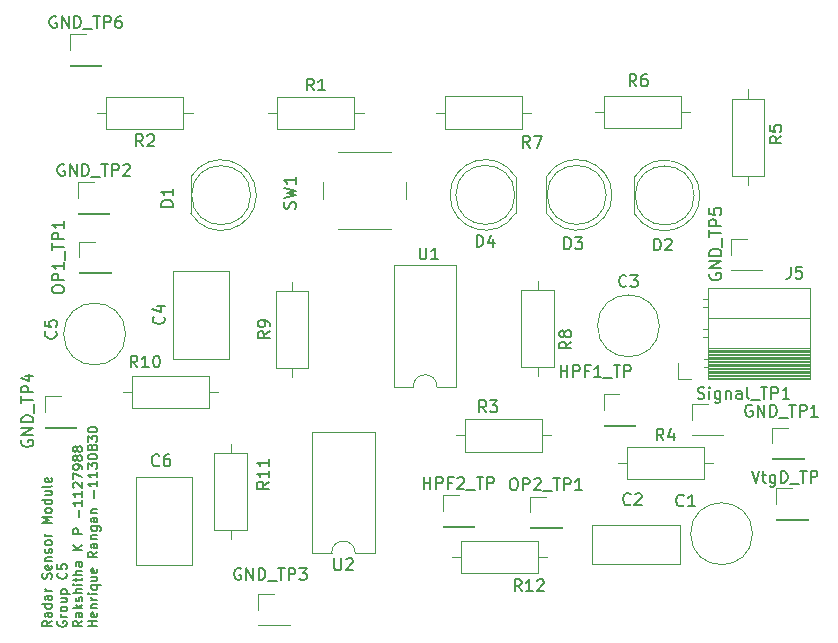
<source format=gbr>
%TF.GenerationSoftware,KiCad,Pcbnew,8.0.1*%
%TF.CreationDate,2024-05-26T21:08:22+02:00*%
%TF.ProjectId,RadarPCB,52616461-7250-4434-922e-6b696361645f,R1.3*%
%TF.SameCoordinates,Original*%
%TF.FileFunction,Legend,Top*%
%TF.FilePolarity,Positive*%
%FSLAX46Y46*%
G04 Gerber Fmt 4.6, Leading zero omitted, Abs format (unit mm)*
G04 Created by KiCad (PCBNEW 8.0.1) date 2024-05-26 21:08:22*
%MOMM*%
%LPD*%
G01*
G04 APERTURE LIST*
%ADD10C,0.150000*%
%ADD11C,0.120000*%
G04 APERTURE END LIST*
D10*
X102970430Y-98783696D02*
X102589477Y-99050363D01*
X102970430Y-99240839D02*
X102170430Y-99240839D01*
X102170430Y-99240839D02*
X102170430Y-98936077D01*
X102170430Y-98936077D02*
X102208525Y-98859887D01*
X102208525Y-98859887D02*
X102246620Y-98821792D01*
X102246620Y-98821792D02*
X102322811Y-98783696D01*
X102322811Y-98783696D02*
X102437096Y-98783696D01*
X102437096Y-98783696D02*
X102513287Y-98821792D01*
X102513287Y-98821792D02*
X102551382Y-98859887D01*
X102551382Y-98859887D02*
X102589477Y-98936077D01*
X102589477Y-98936077D02*
X102589477Y-99240839D01*
X102970430Y-98097982D02*
X102551382Y-98097982D01*
X102551382Y-98097982D02*
X102475192Y-98136077D01*
X102475192Y-98136077D02*
X102437096Y-98212268D01*
X102437096Y-98212268D02*
X102437096Y-98364649D01*
X102437096Y-98364649D02*
X102475192Y-98440839D01*
X102932335Y-98097982D02*
X102970430Y-98174173D01*
X102970430Y-98174173D02*
X102970430Y-98364649D01*
X102970430Y-98364649D02*
X102932335Y-98440839D01*
X102932335Y-98440839D02*
X102856144Y-98478935D01*
X102856144Y-98478935D02*
X102779954Y-98478935D01*
X102779954Y-98478935D02*
X102703763Y-98440839D01*
X102703763Y-98440839D02*
X102665668Y-98364649D01*
X102665668Y-98364649D02*
X102665668Y-98174173D01*
X102665668Y-98174173D02*
X102627573Y-98097982D01*
X102970430Y-97374172D02*
X102170430Y-97374172D01*
X102932335Y-97374172D02*
X102970430Y-97450363D01*
X102970430Y-97450363D02*
X102970430Y-97602744D01*
X102970430Y-97602744D02*
X102932335Y-97678934D01*
X102932335Y-97678934D02*
X102894239Y-97717029D01*
X102894239Y-97717029D02*
X102818049Y-97755125D01*
X102818049Y-97755125D02*
X102589477Y-97755125D01*
X102589477Y-97755125D02*
X102513287Y-97717029D01*
X102513287Y-97717029D02*
X102475192Y-97678934D01*
X102475192Y-97678934D02*
X102437096Y-97602744D01*
X102437096Y-97602744D02*
X102437096Y-97450363D01*
X102437096Y-97450363D02*
X102475192Y-97374172D01*
X102970430Y-96650362D02*
X102551382Y-96650362D01*
X102551382Y-96650362D02*
X102475192Y-96688457D01*
X102475192Y-96688457D02*
X102437096Y-96764648D01*
X102437096Y-96764648D02*
X102437096Y-96917029D01*
X102437096Y-96917029D02*
X102475192Y-96993219D01*
X102932335Y-96650362D02*
X102970430Y-96726553D01*
X102970430Y-96726553D02*
X102970430Y-96917029D01*
X102970430Y-96917029D02*
X102932335Y-96993219D01*
X102932335Y-96993219D02*
X102856144Y-97031315D01*
X102856144Y-97031315D02*
X102779954Y-97031315D01*
X102779954Y-97031315D02*
X102703763Y-96993219D01*
X102703763Y-96993219D02*
X102665668Y-96917029D01*
X102665668Y-96917029D02*
X102665668Y-96726553D01*
X102665668Y-96726553D02*
X102627573Y-96650362D01*
X102970430Y-96269409D02*
X102437096Y-96269409D01*
X102589477Y-96269409D02*
X102513287Y-96231314D01*
X102513287Y-96231314D02*
X102475192Y-96193219D01*
X102475192Y-96193219D02*
X102437096Y-96117028D01*
X102437096Y-96117028D02*
X102437096Y-96040838D01*
X102932335Y-95202743D02*
X102970430Y-95088457D01*
X102970430Y-95088457D02*
X102970430Y-94897981D01*
X102970430Y-94897981D02*
X102932335Y-94821790D01*
X102932335Y-94821790D02*
X102894239Y-94783695D01*
X102894239Y-94783695D02*
X102818049Y-94745600D01*
X102818049Y-94745600D02*
X102741858Y-94745600D01*
X102741858Y-94745600D02*
X102665668Y-94783695D01*
X102665668Y-94783695D02*
X102627573Y-94821790D01*
X102627573Y-94821790D02*
X102589477Y-94897981D01*
X102589477Y-94897981D02*
X102551382Y-95050362D01*
X102551382Y-95050362D02*
X102513287Y-95126552D01*
X102513287Y-95126552D02*
X102475192Y-95164647D01*
X102475192Y-95164647D02*
X102399001Y-95202743D01*
X102399001Y-95202743D02*
X102322811Y-95202743D01*
X102322811Y-95202743D02*
X102246620Y-95164647D01*
X102246620Y-95164647D02*
X102208525Y-95126552D01*
X102208525Y-95126552D02*
X102170430Y-95050362D01*
X102170430Y-95050362D02*
X102170430Y-94859885D01*
X102170430Y-94859885D02*
X102208525Y-94745600D01*
X102932335Y-94097980D02*
X102970430Y-94174171D01*
X102970430Y-94174171D02*
X102970430Y-94326552D01*
X102970430Y-94326552D02*
X102932335Y-94402742D01*
X102932335Y-94402742D02*
X102856144Y-94440838D01*
X102856144Y-94440838D02*
X102551382Y-94440838D01*
X102551382Y-94440838D02*
X102475192Y-94402742D01*
X102475192Y-94402742D02*
X102437096Y-94326552D01*
X102437096Y-94326552D02*
X102437096Y-94174171D01*
X102437096Y-94174171D02*
X102475192Y-94097980D01*
X102475192Y-94097980D02*
X102551382Y-94059885D01*
X102551382Y-94059885D02*
X102627573Y-94059885D01*
X102627573Y-94059885D02*
X102703763Y-94440838D01*
X102437096Y-93717028D02*
X102970430Y-93717028D01*
X102513287Y-93717028D02*
X102475192Y-93678933D01*
X102475192Y-93678933D02*
X102437096Y-93602743D01*
X102437096Y-93602743D02*
X102437096Y-93488457D01*
X102437096Y-93488457D02*
X102475192Y-93412266D01*
X102475192Y-93412266D02*
X102551382Y-93374171D01*
X102551382Y-93374171D02*
X102970430Y-93374171D01*
X102932335Y-93031314D02*
X102970430Y-92955123D01*
X102970430Y-92955123D02*
X102970430Y-92802742D01*
X102970430Y-92802742D02*
X102932335Y-92726552D01*
X102932335Y-92726552D02*
X102856144Y-92688456D01*
X102856144Y-92688456D02*
X102818049Y-92688456D01*
X102818049Y-92688456D02*
X102741858Y-92726552D01*
X102741858Y-92726552D02*
X102703763Y-92802742D01*
X102703763Y-92802742D02*
X102703763Y-92917028D01*
X102703763Y-92917028D02*
X102665668Y-92993218D01*
X102665668Y-92993218D02*
X102589477Y-93031314D01*
X102589477Y-93031314D02*
X102551382Y-93031314D01*
X102551382Y-93031314D02*
X102475192Y-92993218D01*
X102475192Y-92993218D02*
X102437096Y-92917028D01*
X102437096Y-92917028D02*
X102437096Y-92802742D01*
X102437096Y-92802742D02*
X102475192Y-92726552D01*
X102970430Y-92231314D02*
X102932335Y-92307504D01*
X102932335Y-92307504D02*
X102894239Y-92345599D01*
X102894239Y-92345599D02*
X102818049Y-92383695D01*
X102818049Y-92383695D02*
X102589477Y-92383695D01*
X102589477Y-92383695D02*
X102513287Y-92345599D01*
X102513287Y-92345599D02*
X102475192Y-92307504D01*
X102475192Y-92307504D02*
X102437096Y-92231314D01*
X102437096Y-92231314D02*
X102437096Y-92117028D01*
X102437096Y-92117028D02*
X102475192Y-92040837D01*
X102475192Y-92040837D02*
X102513287Y-92002742D01*
X102513287Y-92002742D02*
X102589477Y-91964647D01*
X102589477Y-91964647D02*
X102818049Y-91964647D01*
X102818049Y-91964647D02*
X102894239Y-92002742D01*
X102894239Y-92002742D02*
X102932335Y-92040837D01*
X102932335Y-92040837D02*
X102970430Y-92117028D01*
X102970430Y-92117028D02*
X102970430Y-92231314D01*
X102970430Y-91621789D02*
X102437096Y-91621789D01*
X102589477Y-91621789D02*
X102513287Y-91583694D01*
X102513287Y-91583694D02*
X102475192Y-91545599D01*
X102475192Y-91545599D02*
X102437096Y-91469408D01*
X102437096Y-91469408D02*
X102437096Y-91393218D01*
X102970430Y-90517027D02*
X102170430Y-90517027D01*
X102170430Y-90517027D02*
X102741858Y-90250361D01*
X102741858Y-90250361D02*
X102170430Y-89983694D01*
X102170430Y-89983694D02*
X102970430Y-89983694D01*
X102970430Y-89488456D02*
X102932335Y-89564646D01*
X102932335Y-89564646D02*
X102894239Y-89602741D01*
X102894239Y-89602741D02*
X102818049Y-89640837D01*
X102818049Y-89640837D02*
X102589477Y-89640837D01*
X102589477Y-89640837D02*
X102513287Y-89602741D01*
X102513287Y-89602741D02*
X102475192Y-89564646D01*
X102475192Y-89564646D02*
X102437096Y-89488456D01*
X102437096Y-89488456D02*
X102437096Y-89374170D01*
X102437096Y-89374170D02*
X102475192Y-89297979D01*
X102475192Y-89297979D02*
X102513287Y-89259884D01*
X102513287Y-89259884D02*
X102589477Y-89221789D01*
X102589477Y-89221789D02*
X102818049Y-89221789D01*
X102818049Y-89221789D02*
X102894239Y-89259884D01*
X102894239Y-89259884D02*
X102932335Y-89297979D01*
X102932335Y-89297979D02*
X102970430Y-89374170D01*
X102970430Y-89374170D02*
X102970430Y-89488456D01*
X102970430Y-88536074D02*
X102170430Y-88536074D01*
X102932335Y-88536074D02*
X102970430Y-88612265D01*
X102970430Y-88612265D02*
X102970430Y-88764646D01*
X102970430Y-88764646D02*
X102932335Y-88840836D01*
X102932335Y-88840836D02*
X102894239Y-88878931D01*
X102894239Y-88878931D02*
X102818049Y-88917027D01*
X102818049Y-88917027D02*
X102589477Y-88917027D01*
X102589477Y-88917027D02*
X102513287Y-88878931D01*
X102513287Y-88878931D02*
X102475192Y-88840836D01*
X102475192Y-88840836D02*
X102437096Y-88764646D01*
X102437096Y-88764646D02*
X102437096Y-88612265D01*
X102437096Y-88612265D02*
X102475192Y-88536074D01*
X102437096Y-87812264D02*
X102970430Y-87812264D01*
X102437096Y-88155121D02*
X102856144Y-88155121D01*
X102856144Y-88155121D02*
X102932335Y-88117026D01*
X102932335Y-88117026D02*
X102970430Y-88040836D01*
X102970430Y-88040836D02*
X102970430Y-87926550D01*
X102970430Y-87926550D02*
X102932335Y-87850359D01*
X102932335Y-87850359D02*
X102894239Y-87812264D01*
X102970430Y-87317026D02*
X102932335Y-87393216D01*
X102932335Y-87393216D02*
X102856144Y-87431311D01*
X102856144Y-87431311D02*
X102170430Y-87431311D01*
X102932335Y-86707501D02*
X102970430Y-86783692D01*
X102970430Y-86783692D02*
X102970430Y-86936073D01*
X102970430Y-86936073D02*
X102932335Y-87012263D01*
X102932335Y-87012263D02*
X102856144Y-87050359D01*
X102856144Y-87050359D02*
X102551382Y-87050359D01*
X102551382Y-87050359D02*
X102475192Y-87012263D01*
X102475192Y-87012263D02*
X102437096Y-86936073D01*
X102437096Y-86936073D02*
X102437096Y-86783692D01*
X102437096Y-86783692D02*
X102475192Y-86707501D01*
X102475192Y-86707501D02*
X102551382Y-86669406D01*
X102551382Y-86669406D02*
X102627573Y-86669406D01*
X102627573Y-86669406D02*
X102703763Y-87050359D01*
X103496480Y-98821792D02*
X103458385Y-98897982D01*
X103458385Y-98897982D02*
X103458385Y-99012268D01*
X103458385Y-99012268D02*
X103496480Y-99126554D01*
X103496480Y-99126554D02*
X103572670Y-99202744D01*
X103572670Y-99202744D02*
X103648861Y-99240839D01*
X103648861Y-99240839D02*
X103801242Y-99278935D01*
X103801242Y-99278935D02*
X103915528Y-99278935D01*
X103915528Y-99278935D02*
X104067909Y-99240839D01*
X104067909Y-99240839D02*
X104144099Y-99202744D01*
X104144099Y-99202744D02*
X104220290Y-99126554D01*
X104220290Y-99126554D02*
X104258385Y-99012268D01*
X104258385Y-99012268D02*
X104258385Y-98936077D01*
X104258385Y-98936077D02*
X104220290Y-98821792D01*
X104220290Y-98821792D02*
X104182194Y-98783696D01*
X104182194Y-98783696D02*
X103915528Y-98783696D01*
X103915528Y-98783696D02*
X103915528Y-98936077D01*
X104258385Y-98440839D02*
X103725051Y-98440839D01*
X103877432Y-98440839D02*
X103801242Y-98402744D01*
X103801242Y-98402744D02*
X103763147Y-98364649D01*
X103763147Y-98364649D02*
X103725051Y-98288458D01*
X103725051Y-98288458D02*
X103725051Y-98212268D01*
X104258385Y-97831316D02*
X104220290Y-97907506D01*
X104220290Y-97907506D02*
X104182194Y-97945601D01*
X104182194Y-97945601D02*
X104106004Y-97983697D01*
X104106004Y-97983697D02*
X103877432Y-97983697D01*
X103877432Y-97983697D02*
X103801242Y-97945601D01*
X103801242Y-97945601D02*
X103763147Y-97907506D01*
X103763147Y-97907506D02*
X103725051Y-97831316D01*
X103725051Y-97831316D02*
X103725051Y-97717030D01*
X103725051Y-97717030D02*
X103763147Y-97640839D01*
X103763147Y-97640839D02*
X103801242Y-97602744D01*
X103801242Y-97602744D02*
X103877432Y-97564649D01*
X103877432Y-97564649D02*
X104106004Y-97564649D01*
X104106004Y-97564649D02*
X104182194Y-97602744D01*
X104182194Y-97602744D02*
X104220290Y-97640839D01*
X104220290Y-97640839D02*
X104258385Y-97717030D01*
X104258385Y-97717030D02*
X104258385Y-97831316D01*
X103725051Y-96878934D02*
X104258385Y-96878934D01*
X103725051Y-97221791D02*
X104144099Y-97221791D01*
X104144099Y-97221791D02*
X104220290Y-97183696D01*
X104220290Y-97183696D02*
X104258385Y-97107506D01*
X104258385Y-97107506D02*
X104258385Y-96993220D01*
X104258385Y-96993220D02*
X104220290Y-96917029D01*
X104220290Y-96917029D02*
X104182194Y-96878934D01*
X103725051Y-96497981D02*
X104525051Y-96497981D01*
X103763147Y-96497981D02*
X103725051Y-96421791D01*
X103725051Y-96421791D02*
X103725051Y-96269410D01*
X103725051Y-96269410D02*
X103763147Y-96193219D01*
X103763147Y-96193219D02*
X103801242Y-96155124D01*
X103801242Y-96155124D02*
X103877432Y-96117029D01*
X103877432Y-96117029D02*
X104106004Y-96117029D01*
X104106004Y-96117029D02*
X104182194Y-96155124D01*
X104182194Y-96155124D02*
X104220290Y-96193219D01*
X104220290Y-96193219D02*
X104258385Y-96269410D01*
X104258385Y-96269410D02*
X104258385Y-96421791D01*
X104258385Y-96421791D02*
X104220290Y-96497981D01*
X104182194Y-94707504D02*
X104220290Y-94745600D01*
X104220290Y-94745600D02*
X104258385Y-94859885D01*
X104258385Y-94859885D02*
X104258385Y-94936076D01*
X104258385Y-94936076D02*
X104220290Y-95050362D01*
X104220290Y-95050362D02*
X104144099Y-95126552D01*
X104144099Y-95126552D02*
X104067909Y-95164647D01*
X104067909Y-95164647D02*
X103915528Y-95202743D01*
X103915528Y-95202743D02*
X103801242Y-95202743D01*
X103801242Y-95202743D02*
X103648861Y-95164647D01*
X103648861Y-95164647D02*
X103572670Y-95126552D01*
X103572670Y-95126552D02*
X103496480Y-95050362D01*
X103496480Y-95050362D02*
X103458385Y-94936076D01*
X103458385Y-94936076D02*
X103458385Y-94859885D01*
X103458385Y-94859885D02*
X103496480Y-94745600D01*
X103496480Y-94745600D02*
X103534575Y-94707504D01*
X103458385Y-93983695D02*
X103458385Y-94364647D01*
X103458385Y-94364647D02*
X103839337Y-94402743D01*
X103839337Y-94402743D02*
X103801242Y-94364647D01*
X103801242Y-94364647D02*
X103763147Y-94288457D01*
X103763147Y-94288457D02*
X103763147Y-94097981D01*
X103763147Y-94097981D02*
X103801242Y-94021790D01*
X103801242Y-94021790D02*
X103839337Y-93983695D01*
X103839337Y-93983695D02*
X103915528Y-93945600D01*
X103915528Y-93945600D02*
X104106004Y-93945600D01*
X104106004Y-93945600D02*
X104182194Y-93983695D01*
X104182194Y-93983695D02*
X104220290Y-94021790D01*
X104220290Y-94021790D02*
X104258385Y-94097981D01*
X104258385Y-94097981D02*
X104258385Y-94288457D01*
X104258385Y-94288457D02*
X104220290Y-94364647D01*
X104220290Y-94364647D02*
X104182194Y-94402743D01*
X105546340Y-98783696D02*
X105165387Y-99050363D01*
X105546340Y-99240839D02*
X104746340Y-99240839D01*
X104746340Y-99240839D02*
X104746340Y-98936077D01*
X104746340Y-98936077D02*
X104784435Y-98859887D01*
X104784435Y-98859887D02*
X104822530Y-98821792D01*
X104822530Y-98821792D02*
X104898721Y-98783696D01*
X104898721Y-98783696D02*
X105013006Y-98783696D01*
X105013006Y-98783696D02*
X105089197Y-98821792D01*
X105089197Y-98821792D02*
X105127292Y-98859887D01*
X105127292Y-98859887D02*
X105165387Y-98936077D01*
X105165387Y-98936077D02*
X105165387Y-99240839D01*
X105546340Y-98097982D02*
X105127292Y-98097982D01*
X105127292Y-98097982D02*
X105051102Y-98136077D01*
X105051102Y-98136077D02*
X105013006Y-98212268D01*
X105013006Y-98212268D02*
X105013006Y-98364649D01*
X105013006Y-98364649D02*
X105051102Y-98440839D01*
X105508245Y-98097982D02*
X105546340Y-98174173D01*
X105546340Y-98174173D02*
X105546340Y-98364649D01*
X105546340Y-98364649D02*
X105508245Y-98440839D01*
X105508245Y-98440839D02*
X105432054Y-98478935D01*
X105432054Y-98478935D02*
X105355864Y-98478935D01*
X105355864Y-98478935D02*
X105279673Y-98440839D01*
X105279673Y-98440839D02*
X105241578Y-98364649D01*
X105241578Y-98364649D02*
X105241578Y-98174173D01*
X105241578Y-98174173D02*
X105203483Y-98097982D01*
X105546340Y-97717029D02*
X104746340Y-97717029D01*
X105241578Y-97640839D02*
X105546340Y-97412267D01*
X105013006Y-97412267D02*
X105317768Y-97717029D01*
X105508245Y-97107506D02*
X105546340Y-97031315D01*
X105546340Y-97031315D02*
X105546340Y-96878934D01*
X105546340Y-96878934D02*
X105508245Y-96802744D01*
X105508245Y-96802744D02*
X105432054Y-96764648D01*
X105432054Y-96764648D02*
X105393959Y-96764648D01*
X105393959Y-96764648D02*
X105317768Y-96802744D01*
X105317768Y-96802744D02*
X105279673Y-96878934D01*
X105279673Y-96878934D02*
X105279673Y-96993220D01*
X105279673Y-96993220D02*
X105241578Y-97069410D01*
X105241578Y-97069410D02*
X105165387Y-97107506D01*
X105165387Y-97107506D02*
X105127292Y-97107506D01*
X105127292Y-97107506D02*
X105051102Y-97069410D01*
X105051102Y-97069410D02*
X105013006Y-96993220D01*
X105013006Y-96993220D02*
X105013006Y-96878934D01*
X105013006Y-96878934D02*
X105051102Y-96802744D01*
X105546340Y-96421791D02*
X104746340Y-96421791D01*
X105546340Y-96078934D02*
X105127292Y-96078934D01*
X105127292Y-96078934D02*
X105051102Y-96117029D01*
X105051102Y-96117029D02*
X105013006Y-96193220D01*
X105013006Y-96193220D02*
X105013006Y-96307506D01*
X105013006Y-96307506D02*
X105051102Y-96383696D01*
X105051102Y-96383696D02*
X105089197Y-96421791D01*
X105546340Y-95697981D02*
X105013006Y-95697981D01*
X104746340Y-95697981D02*
X104784435Y-95736077D01*
X104784435Y-95736077D02*
X104822530Y-95697981D01*
X104822530Y-95697981D02*
X104784435Y-95659886D01*
X104784435Y-95659886D02*
X104746340Y-95697981D01*
X104746340Y-95697981D02*
X104822530Y-95697981D01*
X105013006Y-95431315D02*
X105013006Y-95126553D01*
X104746340Y-95317029D02*
X105432054Y-95317029D01*
X105432054Y-95317029D02*
X105508245Y-95278934D01*
X105508245Y-95278934D02*
X105546340Y-95202744D01*
X105546340Y-95202744D02*
X105546340Y-95126553D01*
X105546340Y-94859886D02*
X104746340Y-94859886D01*
X105546340Y-94517029D02*
X105127292Y-94517029D01*
X105127292Y-94517029D02*
X105051102Y-94555124D01*
X105051102Y-94555124D02*
X105013006Y-94631315D01*
X105013006Y-94631315D02*
X105013006Y-94745601D01*
X105013006Y-94745601D02*
X105051102Y-94821791D01*
X105051102Y-94821791D02*
X105089197Y-94859886D01*
X105546340Y-93793219D02*
X105127292Y-93793219D01*
X105127292Y-93793219D02*
X105051102Y-93831314D01*
X105051102Y-93831314D02*
X105013006Y-93907505D01*
X105013006Y-93907505D02*
X105013006Y-94059886D01*
X105013006Y-94059886D02*
X105051102Y-94136076D01*
X105508245Y-93793219D02*
X105546340Y-93869410D01*
X105546340Y-93869410D02*
X105546340Y-94059886D01*
X105546340Y-94059886D02*
X105508245Y-94136076D01*
X105508245Y-94136076D02*
X105432054Y-94174172D01*
X105432054Y-94174172D02*
X105355864Y-94174172D01*
X105355864Y-94174172D02*
X105279673Y-94136076D01*
X105279673Y-94136076D02*
X105241578Y-94059886D01*
X105241578Y-94059886D02*
X105241578Y-93869410D01*
X105241578Y-93869410D02*
X105203483Y-93793219D01*
X105546340Y-92802742D02*
X104746340Y-92802742D01*
X105546340Y-92345599D02*
X105089197Y-92688457D01*
X104746340Y-92345599D02*
X105203483Y-92802742D01*
X105546340Y-91393218D02*
X104746340Y-91393218D01*
X104746340Y-91393218D02*
X104746340Y-91088456D01*
X104746340Y-91088456D02*
X104784435Y-91012266D01*
X104784435Y-91012266D02*
X104822530Y-90974171D01*
X104822530Y-90974171D02*
X104898721Y-90936075D01*
X104898721Y-90936075D02*
X105013006Y-90936075D01*
X105013006Y-90936075D02*
X105089197Y-90974171D01*
X105089197Y-90974171D02*
X105127292Y-91012266D01*
X105127292Y-91012266D02*
X105165387Y-91088456D01*
X105165387Y-91088456D02*
X105165387Y-91393218D01*
X105241578Y-89983694D02*
X105241578Y-89374171D01*
X105546340Y-88574171D02*
X105546340Y-89031314D01*
X105546340Y-88802742D02*
X104746340Y-88802742D01*
X104746340Y-88802742D02*
X104860625Y-88878933D01*
X104860625Y-88878933D02*
X104936816Y-88955123D01*
X104936816Y-88955123D02*
X104974911Y-89031314D01*
X105546340Y-87812266D02*
X105546340Y-88269409D01*
X105546340Y-88040837D02*
X104746340Y-88040837D01*
X104746340Y-88040837D02*
X104860625Y-88117028D01*
X104860625Y-88117028D02*
X104936816Y-88193218D01*
X104936816Y-88193218D02*
X104974911Y-88269409D01*
X104822530Y-87507504D02*
X104784435Y-87469408D01*
X104784435Y-87469408D02*
X104746340Y-87393218D01*
X104746340Y-87393218D02*
X104746340Y-87202742D01*
X104746340Y-87202742D02*
X104784435Y-87126551D01*
X104784435Y-87126551D02*
X104822530Y-87088456D01*
X104822530Y-87088456D02*
X104898721Y-87050361D01*
X104898721Y-87050361D02*
X104974911Y-87050361D01*
X104974911Y-87050361D02*
X105089197Y-87088456D01*
X105089197Y-87088456D02*
X105546340Y-87545599D01*
X105546340Y-87545599D02*
X105546340Y-87050361D01*
X104746340Y-86783694D02*
X104746340Y-86250360D01*
X104746340Y-86250360D02*
X105546340Y-86593218D01*
X105546340Y-85907503D02*
X105546340Y-85755122D01*
X105546340Y-85755122D02*
X105508245Y-85678932D01*
X105508245Y-85678932D02*
X105470149Y-85640836D01*
X105470149Y-85640836D02*
X105355864Y-85564646D01*
X105355864Y-85564646D02*
X105203483Y-85526551D01*
X105203483Y-85526551D02*
X104898721Y-85526551D01*
X104898721Y-85526551D02*
X104822530Y-85564646D01*
X104822530Y-85564646D02*
X104784435Y-85602741D01*
X104784435Y-85602741D02*
X104746340Y-85678932D01*
X104746340Y-85678932D02*
X104746340Y-85831313D01*
X104746340Y-85831313D02*
X104784435Y-85907503D01*
X104784435Y-85907503D02*
X104822530Y-85945598D01*
X104822530Y-85945598D02*
X104898721Y-85983694D01*
X104898721Y-85983694D02*
X105089197Y-85983694D01*
X105089197Y-85983694D02*
X105165387Y-85945598D01*
X105165387Y-85945598D02*
X105203483Y-85907503D01*
X105203483Y-85907503D02*
X105241578Y-85831313D01*
X105241578Y-85831313D02*
X105241578Y-85678932D01*
X105241578Y-85678932D02*
X105203483Y-85602741D01*
X105203483Y-85602741D02*
X105165387Y-85564646D01*
X105165387Y-85564646D02*
X105089197Y-85526551D01*
X105089197Y-85069408D02*
X105051102Y-85145598D01*
X105051102Y-85145598D02*
X105013006Y-85183693D01*
X105013006Y-85183693D02*
X104936816Y-85221789D01*
X104936816Y-85221789D02*
X104898721Y-85221789D01*
X104898721Y-85221789D02*
X104822530Y-85183693D01*
X104822530Y-85183693D02*
X104784435Y-85145598D01*
X104784435Y-85145598D02*
X104746340Y-85069408D01*
X104746340Y-85069408D02*
X104746340Y-84917027D01*
X104746340Y-84917027D02*
X104784435Y-84840836D01*
X104784435Y-84840836D02*
X104822530Y-84802741D01*
X104822530Y-84802741D02*
X104898721Y-84764646D01*
X104898721Y-84764646D02*
X104936816Y-84764646D01*
X104936816Y-84764646D02*
X105013006Y-84802741D01*
X105013006Y-84802741D02*
X105051102Y-84840836D01*
X105051102Y-84840836D02*
X105089197Y-84917027D01*
X105089197Y-84917027D02*
X105089197Y-85069408D01*
X105089197Y-85069408D02*
X105127292Y-85145598D01*
X105127292Y-85145598D02*
X105165387Y-85183693D01*
X105165387Y-85183693D02*
X105241578Y-85221789D01*
X105241578Y-85221789D02*
X105393959Y-85221789D01*
X105393959Y-85221789D02*
X105470149Y-85183693D01*
X105470149Y-85183693D02*
X105508245Y-85145598D01*
X105508245Y-85145598D02*
X105546340Y-85069408D01*
X105546340Y-85069408D02*
X105546340Y-84917027D01*
X105546340Y-84917027D02*
X105508245Y-84840836D01*
X105508245Y-84840836D02*
X105470149Y-84802741D01*
X105470149Y-84802741D02*
X105393959Y-84764646D01*
X105393959Y-84764646D02*
X105241578Y-84764646D01*
X105241578Y-84764646D02*
X105165387Y-84802741D01*
X105165387Y-84802741D02*
X105127292Y-84840836D01*
X105127292Y-84840836D02*
X105089197Y-84917027D01*
X105089197Y-84307503D02*
X105051102Y-84383693D01*
X105051102Y-84383693D02*
X105013006Y-84421788D01*
X105013006Y-84421788D02*
X104936816Y-84459884D01*
X104936816Y-84459884D02*
X104898721Y-84459884D01*
X104898721Y-84459884D02*
X104822530Y-84421788D01*
X104822530Y-84421788D02*
X104784435Y-84383693D01*
X104784435Y-84383693D02*
X104746340Y-84307503D01*
X104746340Y-84307503D02*
X104746340Y-84155122D01*
X104746340Y-84155122D02*
X104784435Y-84078931D01*
X104784435Y-84078931D02*
X104822530Y-84040836D01*
X104822530Y-84040836D02*
X104898721Y-84002741D01*
X104898721Y-84002741D02*
X104936816Y-84002741D01*
X104936816Y-84002741D02*
X105013006Y-84040836D01*
X105013006Y-84040836D02*
X105051102Y-84078931D01*
X105051102Y-84078931D02*
X105089197Y-84155122D01*
X105089197Y-84155122D02*
X105089197Y-84307503D01*
X105089197Y-84307503D02*
X105127292Y-84383693D01*
X105127292Y-84383693D02*
X105165387Y-84421788D01*
X105165387Y-84421788D02*
X105241578Y-84459884D01*
X105241578Y-84459884D02*
X105393959Y-84459884D01*
X105393959Y-84459884D02*
X105470149Y-84421788D01*
X105470149Y-84421788D02*
X105508245Y-84383693D01*
X105508245Y-84383693D02*
X105546340Y-84307503D01*
X105546340Y-84307503D02*
X105546340Y-84155122D01*
X105546340Y-84155122D02*
X105508245Y-84078931D01*
X105508245Y-84078931D02*
X105470149Y-84040836D01*
X105470149Y-84040836D02*
X105393959Y-84002741D01*
X105393959Y-84002741D02*
X105241578Y-84002741D01*
X105241578Y-84002741D02*
X105165387Y-84040836D01*
X105165387Y-84040836D02*
X105127292Y-84078931D01*
X105127292Y-84078931D02*
X105089197Y-84155122D01*
X106834295Y-99240839D02*
X106034295Y-99240839D01*
X106415247Y-99240839D02*
X106415247Y-98783696D01*
X106834295Y-98783696D02*
X106034295Y-98783696D01*
X106796200Y-98097982D02*
X106834295Y-98174173D01*
X106834295Y-98174173D02*
X106834295Y-98326554D01*
X106834295Y-98326554D02*
X106796200Y-98402744D01*
X106796200Y-98402744D02*
X106720009Y-98440840D01*
X106720009Y-98440840D02*
X106415247Y-98440840D01*
X106415247Y-98440840D02*
X106339057Y-98402744D01*
X106339057Y-98402744D02*
X106300961Y-98326554D01*
X106300961Y-98326554D02*
X106300961Y-98174173D01*
X106300961Y-98174173D02*
X106339057Y-98097982D01*
X106339057Y-98097982D02*
X106415247Y-98059887D01*
X106415247Y-98059887D02*
X106491438Y-98059887D01*
X106491438Y-98059887D02*
X106567628Y-98440840D01*
X106300961Y-97717030D02*
X106834295Y-97717030D01*
X106377152Y-97717030D02*
X106339057Y-97678935D01*
X106339057Y-97678935D02*
X106300961Y-97602745D01*
X106300961Y-97602745D02*
X106300961Y-97488459D01*
X106300961Y-97488459D02*
X106339057Y-97412268D01*
X106339057Y-97412268D02*
X106415247Y-97374173D01*
X106415247Y-97374173D02*
X106834295Y-97374173D01*
X106834295Y-96993220D02*
X106300961Y-96993220D01*
X106453342Y-96993220D02*
X106377152Y-96955125D01*
X106377152Y-96955125D02*
X106339057Y-96917030D01*
X106339057Y-96917030D02*
X106300961Y-96840839D01*
X106300961Y-96840839D02*
X106300961Y-96764649D01*
X106834295Y-96497982D02*
X106300961Y-96497982D01*
X106034295Y-96497982D02*
X106072390Y-96536078D01*
X106072390Y-96536078D02*
X106110485Y-96497982D01*
X106110485Y-96497982D02*
X106072390Y-96459887D01*
X106072390Y-96459887D02*
X106034295Y-96497982D01*
X106034295Y-96497982D02*
X106110485Y-96497982D01*
X106300961Y-95774173D02*
X107100961Y-95774173D01*
X106796200Y-95774173D02*
X106834295Y-95850364D01*
X106834295Y-95850364D02*
X106834295Y-96002745D01*
X106834295Y-96002745D02*
X106796200Y-96078935D01*
X106796200Y-96078935D02*
X106758104Y-96117030D01*
X106758104Y-96117030D02*
X106681914Y-96155126D01*
X106681914Y-96155126D02*
X106453342Y-96155126D01*
X106453342Y-96155126D02*
X106377152Y-96117030D01*
X106377152Y-96117030D02*
X106339057Y-96078935D01*
X106339057Y-96078935D02*
X106300961Y-96002745D01*
X106300961Y-96002745D02*
X106300961Y-95850364D01*
X106300961Y-95850364D02*
X106339057Y-95774173D01*
X106300961Y-95050363D02*
X106834295Y-95050363D01*
X106300961Y-95393220D02*
X106720009Y-95393220D01*
X106720009Y-95393220D02*
X106796200Y-95355125D01*
X106796200Y-95355125D02*
X106834295Y-95278935D01*
X106834295Y-95278935D02*
X106834295Y-95164649D01*
X106834295Y-95164649D02*
X106796200Y-95088458D01*
X106796200Y-95088458D02*
X106758104Y-95050363D01*
X106796200Y-94364648D02*
X106834295Y-94440839D01*
X106834295Y-94440839D02*
X106834295Y-94593220D01*
X106834295Y-94593220D02*
X106796200Y-94669410D01*
X106796200Y-94669410D02*
X106720009Y-94707506D01*
X106720009Y-94707506D02*
X106415247Y-94707506D01*
X106415247Y-94707506D02*
X106339057Y-94669410D01*
X106339057Y-94669410D02*
X106300961Y-94593220D01*
X106300961Y-94593220D02*
X106300961Y-94440839D01*
X106300961Y-94440839D02*
X106339057Y-94364648D01*
X106339057Y-94364648D02*
X106415247Y-94326553D01*
X106415247Y-94326553D02*
X106491438Y-94326553D01*
X106491438Y-94326553D02*
X106567628Y-94707506D01*
X106834295Y-92917029D02*
X106453342Y-93183696D01*
X106834295Y-93374172D02*
X106034295Y-93374172D01*
X106034295Y-93374172D02*
X106034295Y-93069410D01*
X106034295Y-93069410D02*
X106072390Y-92993220D01*
X106072390Y-92993220D02*
X106110485Y-92955125D01*
X106110485Y-92955125D02*
X106186676Y-92917029D01*
X106186676Y-92917029D02*
X106300961Y-92917029D01*
X106300961Y-92917029D02*
X106377152Y-92955125D01*
X106377152Y-92955125D02*
X106415247Y-92993220D01*
X106415247Y-92993220D02*
X106453342Y-93069410D01*
X106453342Y-93069410D02*
X106453342Y-93374172D01*
X106834295Y-92231315D02*
X106415247Y-92231315D01*
X106415247Y-92231315D02*
X106339057Y-92269410D01*
X106339057Y-92269410D02*
X106300961Y-92345601D01*
X106300961Y-92345601D02*
X106300961Y-92497982D01*
X106300961Y-92497982D02*
X106339057Y-92574172D01*
X106796200Y-92231315D02*
X106834295Y-92307506D01*
X106834295Y-92307506D02*
X106834295Y-92497982D01*
X106834295Y-92497982D02*
X106796200Y-92574172D01*
X106796200Y-92574172D02*
X106720009Y-92612268D01*
X106720009Y-92612268D02*
X106643819Y-92612268D01*
X106643819Y-92612268D02*
X106567628Y-92574172D01*
X106567628Y-92574172D02*
X106529533Y-92497982D01*
X106529533Y-92497982D02*
X106529533Y-92307506D01*
X106529533Y-92307506D02*
X106491438Y-92231315D01*
X106300961Y-91850362D02*
X106834295Y-91850362D01*
X106377152Y-91850362D02*
X106339057Y-91812267D01*
X106339057Y-91812267D02*
X106300961Y-91736077D01*
X106300961Y-91736077D02*
X106300961Y-91621791D01*
X106300961Y-91621791D02*
X106339057Y-91545600D01*
X106339057Y-91545600D02*
X106415247Y-91507505D01*
X106415247Y-91507505D02*
X106834295Y-91507505D01*
X106300961Y-90783695D02*
X106948580Y-90783695D01*
X106948580Y-90783695D02*
X107024771Y-90821790D01*
X107024771Y-90821790D02*
X107062866Y-90859886D01*
X107062866Y-90859886D02*
X107100961Y-90936076D01*
X107100961Y-90936076D02*
X107100961Y-91050362D01*
X107100961Y-91050362D02*
X107062866Y-91126552D01*
X106796200Y-90783695D02*
X106834295Y-90859886D01*
X106834295Y-90859886D02*
X106834295Y-91012267D01*
X106834295Y-91012267D02*
X106796200Y-91088457D01*
X106796200Y-91088457D02*
X106758104Y-91126552D01*
X106758104Y-91126552D02*
X106681914Y-91164648D01*
X106681914Y-91164648D02*
X106453342Y-91164648D01*
X106453342Y-91164648D02*
X106377152Y-91126552D01*
X106377152Y-91126552D02*
X106339057Y-91088457D01*
X106339057Y-91088457D02*
X106300961Y-91012267D01*
X106300961Y-91012267D02*
X106300961Y-90859886D01*
X106300961Y-90859886D02*
X106339057Y-90783695D01*
X106834295Y-90059885D02*
X106415247Y-90059885D01*
X106415247Y-90059885D02*
X106339057Y-90097980D01*
X106339057Y-90097980D02*
X106300961Y-90174171D01*
X106300961Y-90174171D02*
X106300961Y-90326552D01*
X106300961Y-90326552D02*
X106339057Y-90402742D01*
X106796200Y-90059885D02*
X106834295Y-90136076D01*
X106834295Y-90136076D02*
X106834295Y-90326552D01*
X106834295Y-90326552D02*
X106796200Y-90402742D01*
X106796200Y-90402742D02*
X106720009Y-90440838D01*
X106720009Y-90440838D02*
X106643819Y-90440838D01*
X106643819Y-90440838D02*
X106567628Y-90402742D01*
X106567628Y-90402742D02*
X106529533Y-90326552D01*
X106529533Y-90326552D02*
X106529533Y-90136076D01*
X106529533Y-90136076D02*
X106491438Y-90059885D01*
X106300961Y-89678932D02*
X106834295Y-89678932D01*
X106377152Y-89678932D02*
X106339057Y-89640837D01*
X106339057Y-89640837D02*
X106300961Y-89564647D01*
X106300961Y-89564647D02*
X106300961Y-89450361D01*
X106300961Y-89450361D02*
X106339057Y-89374170D01*
X106339057Y-89374170D02*
X106415247Y-89336075D01*
X106415247Y-89336075D02*
X106834295Y-89336075D01*
X106529533Y-88345598D02*
X106529533Y-87736075D01*
X106834295Y-86936075D02*
X106834295Y-87393218D01*
X106834295Y-87164646D02*
X106034295Y-87164646D01*
X106034295Y-87164646D02*
X106148580Y-87240837D01*
X106148580Y-87240837D02*
X106224771Y-87317027D01*
X106224771Y-87317027D02*
X106262866Y-87393218D01*
X106834295Y-86174170D02*
X106834295Y-86631313D01*
X106834295Y-86402741D02*
X106034295Y-86402741D01*
X106034295Y-86402741D02*
X106148580Y-86478932D01*
X106148580Y-86478932D02*
X106224771Y-86555122D01*
X106224771Y-86555122D02*
X106262866Y-86631313D01*
X106034295Y-85907503D02*
X106034295Y-85412265D01*
X106034295Y-85412265D02*
X106339057Y-85678931D01*
X106339057Y-85678931D02*
X106339057Y-85564646D01*
X106339057Y-85564646D02*
X106377152Y-85488455D01*
X106377152Y-85488455D02*
X106415247Y-85450360D01*
X106415247Y-85450360D02*
X106491438Y-85412265D01*
X106491438Y-85412265D02*
X106681914Y-85412265D01*
X106681914Y-85412265D02*
X106758104Y-85450360D01*
X106758104Y-85450360D02*
X106796200Y-85488455D01*
X106796200Y-85488455D02*
X106834295Y-85564646D01*
X106834295Y-85564646D02*
X106834295Y-85793217D01*
X106834295Y-85793217D02*
X106796200Y-85869408D01*
X106796200Y-85869408D02*
X106758104Y-85907503D01*
X106034295Y-84917026D02*
X106034295Y-84840836D01*
X106034295Y-84840836D02*
X106072390Y-84764645D01*
X106072390Y-84764645D02*
X106110485Y-84726550D01*
X106110485Y-84726550D02*
X106186676Y-84688455D01*
X106186676Y-84688455D02*
X106339057Y-84650360D01*
X106339057Y-84650360D02*
X106529533Y-84650360D01*
X106529533Y-84650360D02*
X106681914Y-84688455D01*
X106681914Y-84688455D02*
X106758104Y-84726550D01*
X106758104Y-84726550D02*
X106796200Y-84764645D01*
X106796200Y-84764645D02*
X106834295Y-84840836D01*
X106834295Y-84840836D02*
X106834295Y-84917026D01*
X106834295Y-84917026D02*
X106796200Y-84993217D01*
X106796200Y-84993217D02*
X106758104Y-85031312D01*
X106758104Y-85031312D02*
X106681914Y-85069407D01*
X106681914Y-85069407D02*
X106529533Y-85107503D01*
X106529533Y-85107503D02*
X106339057Y-85107503D01*
X106339057Y-85107503D02*
X106186676Y-85069407D01*
X106186676Y-85069407D02*
X106110485Y-85031312D01*
X106110485Y-85031312D02*
X106072390Y-84993217D01*
X106072390Y-84993217D02*
X106034295Y-84917026D01*
X106377152Y-84193217D02*
X106339057Y-84269407D01*
X106339057Y-84269407D02*
X106300961Y-84307502D01*
X106300961Y-84307502D02*
X106224771Y-84345598D01*
X106224771Y-84345598D02*
X106186676Y-84345598D01*
X106186676Y-84345598D02*
X106110485Y-84307502D01*
X106110485Y-84307502D02*
X106072390Y-84269407D01*
X106072390Y-84269407D02*
X106034295Y-84193217D01*
X106034295Y-84193217D02*
X106034295Y-84040836D01*
X106034295Y-84040836D02*
X106072390Y-83964645D01*
X106072390Y-83964645D02*
X106110485Y-83926550D01*
X106110485Y-83926550D02*
X106186676Y-83888455D01*
X106186676Y-83888455D02*
X106224771Y-83888455D01*
X106224771Y-83888455D02*
X106300961Y-83926550D01*
X106300961Y-83926550D02*
X106339057Y-83964645D01*
X106339057Y-83964645D02*
X106377152Y-84040836D01*
X106377152Y-84040836D02*
X106377152Y-84193217D01*
X106377152Y-84193217D02*
X106415247Y-84269407D01*
X106415247Y-84269407D02*
X106453342Y-84307502D01*
X106453342Y-84307502D02*
X106529533Y-84345598D01*
X106529533Y-84345598D02*
X106681914Y-84345598D01*
X106681914Y-84345598D02*
X106758104Y-84307502D01*
X106758104Y-84307502D02*
X106796200Y-84269407D01*
X106796200Y-84269407D02*
X106834295Y-84193217D01*
X106834295Y-84193217D02*
X106834295Y-84040836D01*
X106834295Y-84040836D02*
X106796200Y-83964645D01*
X106796200Y-83964645D02*
X106758104Y-83926550D01*
X106758104Y-83926550D02*
X106681914Y-83888455D01*
X106681914Y-83888455D02*
X106529533Y-83888455D01*
X106529533Y-83888455D02*
X106453342Y-83926550D01*
X106453342Y-83926550D02*
X106415247Y-83964645D01*
X106415247Y-83964645D02*
X106377152Y-84040836D01*
X106034295Y-83621788D02*
X106034295Y-83126550D01*
X106034295Y-83126550D02*
X106339057Y-83393216D01*
X106339057Y-83393216D02*
X106339057Y-83278931D01*
X106339057Y-83278931D02*
X106377152Y-83202740D01*
X106377152Y-83202740D02*
X106415247Y-83164645D01*
X106415247Y-83164645D02*
X106491438Y-83126550D01*
X106491438Y-83126550D02*
X106681914Y-83126550D01*
X106681914Y-83126550D02*
X106758104Y-83164645D01*
X106758104Y-83164645D02*
X106796200Y-83202740D01*
X106796200Y-83202740D02*
X106834295Y-83278931D01*
X106834295Y-83278931D02*
X106834295Y-83507502D01*
X106834295Y-83507502D02*
X106796200Y-83583693D01*
X106796200Y-83583693D02*
X106758104Y-83621788D01*
X106034295Y-82631311D02*
X106034295Y-82555121D01*
X106034295Y-82555121D02*
X106072390Y-82478930D01*
X106072390Y-82478930D02*
X106110485Y-82440835D01*
X106110485Y-82440835D02*
X106186676Y-82402740D01*
X106186676Y-82402740D02*
X106339057Y-82364645D01*
X106339057Y-82364645D02*
X106529533Y-82364645D01*
X106529533Y-82364645D02*
X106681914Y-82402740D01*
X106681914Y-82402740D02*
X106758104Y-82440835D01*
X106758104Y-82440835D02*
X106796200Y-82478930D01*
X106796200Y-82478930D02*
X106834295Y-82555121D01*
X106834295Y-82555121D02*
X106834295Y-82631311D01*
X106834295Y-82631311D02*
X106796200Y-82707502D01*
X106796200Y-82707502D02*
X106758104Y-82745597D01*
X106758104Y-82745597D02*
X106681914Y-82783692D01*
X106681914Y-82783692D02*
X106529533Y-82821788D01*
X106529533Y-82821788D02*
X106339057Y-82821788D01*
X106339057Y-82821788D02*
X106186676Y-82783692D01*
X106186676Y-82783692D02*
X106110485Y-82745597D01*
X106110485Y-82745597D02*
X106072390Y-82707502D01*
X106072390Y-82707502D02*
X106034295Y-82631311D01*
X100452438Y-83480000D02*
X100404819Y-83575238D01*
X100404819Y-83575238D02*
X100404819Y-83718095D01*
X100404819Y-83718095D02*
X100452438Y-83860952D01*
X100452438Y-83860952D02*
X100547676Y-83956190D01*
X100547676Y-83956190D02*
X100642914Y-84003809D01*
X100642914Y-84003809D02*
X100833390Y-84051428D01*
X100833390Y-84051428D02*
X100976247Y-84051428D01*
X100976247Y-84051428D02*
X101166723Y-84003809D01*
X101166723Y-84003809D02*
X101261961Y-83956190D01*
X101261961Y-83956190D02*
X101357200Y-83860952D01*
X101357200Y-83860952D02*
X101404819Y-83718095D01*
X101404819Y-83718095D02*
X101404819Y-83622857D01*
X101404819Y-83622857D02*
X101357200Y-83480000D01*
X101357200Y-83480000D02*
X101309580Y-83432381D01*
X101309580Y-83432381D02*
X100976247Y-83432381D01*
X100976247Y-83432381D02*
X100976247Y-83622857D01*
X101404819Y-83003809D02*
X100404819Y-83003809D01*
X100404819Y-83003809D02*
X101404819Y-82432381D01*
X101404819Y-82432381D02*
X100404819Y-82432381D01*
X101404819Y-81956190D02*
X100404819Y-81956190D01*
X100404819Y-81956190D02*
X100404819Y-81718095D01*
X100404819Y-81718095D02*
X100452438Y-81575238D01*
X100452438Y-81575238D02*
X100547676Y-81480000D01*
X100547676Y-81480000D02*
X100642914Y-81432381D01*
X100642914Y-81432381D02*
X100833390Y-81384762D01*
X100833390Y-81384762D02*
X100976247Y-81384762D01*
X100976247Y-81384762D02*
X101166723Y-81432381D01*
X101166723Y-81432381D02*
X101261961Y-81480000D01*
X101261961Y-81480000D02*
X101357200Y-81575238D01*
X101357200Y-81575238D02*
X101404819Y-81718095D01*
X101404819Y-81718095D02*
X101404819Y-81956190D01*
X101500057Y-81194286D02*
X101500057Y-80432381D01*
X100404819Y-80337142D02*
X100404819Y-79765714D01*
X101404819Y-80051428D02*
X100404819Y-80051428D01*
X101404819Y-79432380D02*
X100404819Y-79432380D01*
X100404819Y-79432380D02*
X100404819Y-79051428D01*
X100404819Y-79051428D02*
X100452438Y-78956190D01*
X100452438Y-78956190D02*
X100500057Y-78908571D01*
X100500057Y-78908571D02*
X100595295Y-78860952D01*
X100595295Y-78860952D02*
X100738152Y-78860952D01*
X100738152Y-78860952D02*
X100833390Y-78908571D01*
X100833390Y-78908571D02*
X100881009Y-78956190D01*
X100881009Y-78956190D02*
X100928628Y-79051428D01*
X100928628Y-79051428D02*
X100928628Y-79432380D01*
X100738152Y-78003809D02*
X101404819Y-78003809D01*
X100357200Y-78241904D02*
X101071485Y-78479999D01*
X101071485Y-78479999D02*
X101071485Y-77860952D01*
X146067619Y-78134819D02*
X146067619Y-77134819D01*
X146067619Y-77611009D02*
X146639047Y-77611009D01*
X146639047Y-78134819D02*
X146639047Y-77134819D01*
X147115238Y-78134819D02*
X147115238Y-77134819D01*
X147115238Y-77134819D02*
X147496190Y-77134819D01*
X147496190Y-77134819D02*
X147591428Y-77182438D01*
X147591428Y-77182438D02*
X147639047Y-77230057D01*
X147639047Y-77230057D02*
X147686666Y-77325295D01*
X147686666Y-77325295D02*
X147686666Y-77468152D01*
X147686666Y-77468152D02*
X147639047Y-77563390D01*
X147639047Y-77563390D02*
X147591428Y-77611009D01*
X147591428Y-77611009D02*
X147496190Y-77658628D01*
X147496190Y-77658628D02*
X147115238Y-77658628D01*
X148448571Y-77611009D02*
X148115238Y-77611009D01*
X148115238Y-78134819D02*
X148115238Y-77134819D01*
X148115238Y-77134819D02*
X148591428Y-77134819D01*
X149496190Y-78134819D02*
X148924762Y-78134819D01*
X149210476Y-78134819D02*
X149210476Y-77134819D01*
X149210476Y-77134819D02*
X149115238Y-77277676D01*
X149115238Y-77277676D02*
X149020000Y-77372914D01*
X149020000Y-77372914D02*
X148924762Y-77420533D01*
X149686667Y-78230057D02*
X150448571Y-78230057D01*
X150543810Y-77134819D02*
X151115238Y-77134819D01*
X150829524Y-78134819D02*
X150829524Y-77134819D01*
X151448572Y-78134819D02*
X151448572Y-77134819D01*
X151448572Y-77134819D02*
X151829524Y-77134819D01*
X151829524Y-77134819D02*
X151924762Y-77182438D01*
X151924762Y-77182438D02*
X151972381Y-77230057D01*
X151972381Y-77230057D02*
X152020000Y-77325295D01*
X152020000Y-77325295D02*
X152020000Y-77468152D01*
X152020000Y-77468152D02*
X151972381Y-77563390D01*
X151972381Y-77563390D02*
X151924762Y-77611009D01*
X151924762Y-77611009D02*
X151829524Y-77658628D01*
X151829524Y-77658628D02*
X151448572Y-77658628D01*
X154763333Y-83504819D02*
X154430000Y-83028628D01*
X154191905Y-83504819D02*
X154191905Y-82504819D01*
X154191905Y-82504819D02*
X154572857Y-82504819D01*
X154572857Y-82504819D02*
X154668095Y-82552438D01*
X154668095Y-82552438D02*
X154715714Y-82600057D01*
X154715714Y-82600057D02*
X154763333Y-82695295D01*
X154763333Y-82695295D02*
X154763333Y-82838152D01*
X154763333Y-82838152D02*
X154715714Y-82933390D01*
X154715714Y-82933390D02*
X154668095Y-82981009D01*
X154668095Y-82981009D02*
X154572857Y-83028628D01*
X154572857Y-83028628D02*
X154191905Y-83028628D01*
X155620476Y-82838152D02*
X155620476Y-83504819D01*
X155382381Y-82457200D02*
X155144286Y-83171485D01*
X155144286Y-83171485D02*
X155763333Y-83171485D01*
X118969999Y-94352438D02*
X118874761Y-94304819D01*
X118874761Y-94304819D02*
X118731904Y-94304819D01*
X118731904Y-94304819D02*
X118589047Y-94352438D01*
X118589047Y-94352438D02*
X118493809Y-94447676D01*
X118493809Y-94447676D02*
X118446190Y-94542914D01*
X118446190Y-94542914D02*
X118398571Y-94733390D01*
X118398571Y-94733390D02*
X118398571Y-94876247D01*
X118398571Y-94876247D02*
X118446190Y-95066723D01*
X118446190Y-95066723D02*
X118493809Y-95161961D01*
X118493809Y-95161961D02*
X118589047Y-95257200D01*
X118589047Y-95257200D02*
X118731904Y-95304819D01*
X118731904Y-95304819D02*
X118827142Y-95304819D01*
X118827142Y-95304819D02*
X118969999Y-95257200D01*
X118969999Y-95257200D02*
X119017618Y-95209580D01*
X119017618Y-95209580D02*
X119017618Y-94876247D01*
X119017618Y-94876247D02*
X118827142Y-94876247D01*
X119446190Y-95304819D02*
X119446190Y-94304819D01*
X119446190Y-94304819D02*
X120017618Y-95304819D01*
X120017618Y-95304819D02*
X120017618Y-94304819D01*
X120493809Y-95304819D02*
X120493809Y-94304819D01*
X120493809Y-94304819D02*
X120731904Y-94304819D01*
X120731904Y-94304819D02*
X120874761Y-94352438D01*
X120874761Y-94352438D02*
X120969999Y-94447676D01*
X120969999Y-94447676D02*
X121017618Y-94542914D01*
X121017618Y-94542914D02*
X121065237Y-94733390D01*
X121065237Y-94733390D02*
X121065237Y-94876247D01*
X121065237Y-94876247D02*
X121017618Y-95066723D01*
X121017618Y-95066723D02*
X120969999Y-95161961D01*
X120969999Y-95161961D02*
X120874761Y-95257200D01*
X120874761Y-95257200D02*
X120731904Y-95304819D01*
X120731904Y-95304819D02*
X120493809Y-95304819D01*
X121255714Y-95400057D02*
X122017618Y-95400057D01*
X122112857Y-94304819D02*
X122684285Y-94304819D01*
X122398571Y-95304819D02*
X122398571Y-94304819D01*
X123017619Y-95304819D02*
X123017619Y-94304819D01*
X123017619Y-94304819D02*
X123398571Y-94304819D01*
X123398571Y-94304819D02*
X123493809Y-94352438D01*
X123493809Y-94352438D02*
X123541428Y-94400057D01*
X123541428Y-94400057D02*
X123589047Y-94495295D01*
X123589047Y-94495295D02*
X123589047Y-94638152D01*
X123589047Y-94638152D02*
X123541428Y-94733390D01*
X123541428Y-94733390D02*
X123493809Y-94781009D01*
X123493809Y-94781009D02*
X123398571Y-94828628D01*
X123398571Y-94828628D02*
X123017619Y-94828628D01*
X123922381Y-94304819D02*
X124541428Y-94304819D01*
X124541428Y-94304819D02*
X124208095Y-94685771D01*
X124208095Y-94685771D02*
X124350952Y-94685771D01*
X124350952Y-94685771D02*
X124446190Y-94733390D01*
X124446190Y-94733390D02*
X124493809Y-94781009D01*
X124493809Y-94781009D02*
X124541428Y-94876247D01*
X124541428Y-94876247D02*
X124541428Y-95114342D01*
X124541428Y-95114342D02*
X124493809Y-95209580D01*
X124493809Y-95209580D02*
X124446190Y-95257200D01*
X124446190Y-95257200D02*
X124350952Y-95304819D01*
X124350952Y-95304819D02*
X124065238Y-95304819D01*
X124065238Y-95304819D02*
X123970000Y-95257200D01*
X123970000Y-95257200D02*
X123922381Y-95209580D01*
X110683333Y-58594819D02*
X110350000Y-58118628D01*
X110111905Y-58594819D02*
X110111905Y-57594819D01*
X110111905Y-57594819D02*
X110492857Y-57594819D01*
X110492857Y-57594819D02*
X110588095Y-57642438D01*
X110588095Y-57642438D02*
X110635714Y-57690057D01*
X110635714Y-57690057D02*
X110683333Y-57785295D01*
X110683333Y-57785295D02*
X110683333Y-57928152D01*
X110683333Y-57928152D02*
X110635714Y-58023390D01*
X110635714Y-58023390D02*
X110588095Y-58071009D01*
X110588095Y-58071009D02*
X110492857Y-58118628D01*
X110492857Y-58118628D02*
X110111905Y-58118628D01*
X111064286Y-57690057D02*
X111111905Y-57642438D01*
X111111905Y-57642438D02*
X111207143Y-57594819D01*
X111207143Y-57594819D02*
X111445238Y-57594819D01*
X111445238Y-57594819D02*
X111540476Y-57642438D01*
X111540476Y-57642438D02*
X111588095Y-57690057D01*
X111588095Y-57690057D02*
X111635714Y-57785295D01*
X111635714Y-57785295D02*
X111635714Y-57880533D01*
X111635714Y-57880533D02*
X111588095Y-58023390D01*
X111588095Y-58023390D02*
X111016667Y-58594819D01*
X111016667Y-58594819D02*
X111635714Y-58594819D01*
X151633333Y-70409580D02*
X151585714Y-70457200D01*
X151585714Y-70457200D02*
X151442857Y-70504819D01*
X151442857Y-70504819D02*
X151347619Y-70504819D01*
X151347619Y-70504819D02*
X151204762Y-70457200D01*
X151204762Y-70457200D02*
X151109524Y-70361961D01*
X151109524Y-70361961D02*
X151061905Y-70266723D01*
X151061905Y-70266723D02*
X151014286Y-70076247D01*
X151014286Y-70076247D02*
X151014286Y-69933390D01*
X151014286Y-69933390D02*
X151061905Y-69742914D01*
X151061905Y-69742914D02*
X151109524Y-69647676D01*
X151109524Y-69647676D02*
X151204762Y-69552438D01*
X151204762Y-69552438D02*
X151347619Y-69504819D01*
X151347619Y-69504819D02*
X151442857Y-69504819D01*
X151442857Y-69504819D02*
X151585714Y-69552438D01*
X151585714Y-69552438D02*
X151633333Y-69600057D01*
X151966667Y-69504819D02*
X152585714Y-69504819D01*
X152585714Y-69504819D02*
X152252381Y-69885771D01*
X152252381Y-69885771D02*
X152395238Y-69885771D01*
X152395238Y-69885771D02*
X152490476Y-69933390D01*
X152490476Y-69933390D02*
X152538095Y-69981009D01*
X152538095Y-69981009D02*
X152585714Y-70076247D01*
X152585714Y-70076247D02*
X152585714Y-70314342D01*
X152585714Y-70314342D02*
X152538095Y-70409580D01*
X152538095Y-70409580D02*
X152490476Y-70457200D01*
X152490476Y-70457200D02*
X152395238Y-70504819D01*
X152395238Y-70504819D02*
X152109524Y-70504819D01*
X152109524Y-70504819D02*
X152014286Y-70457200D01*
X152014286Y-70457200D02*
X151966667Y-70409580D01*
X104029999Y-60162438D02*
X103934761Y-60114819D01*
X103934761Y-60114819D02*
X103791904Y-60114819D01*
X103791904Y-60114819D02*
X103649047Y-60162438D01*
X103649047Y-60162438D02*
X103553809Y-60257676D01*
X103553809Y-60257676D02*
X103506190Y-60352914D01*
X103506190Y-60352914D02*
X103458571Y-60543390D01*
X103458571Y-60543390D02*
X103458571Y-60686247D01*
X103458571Y-60686247D02*
X103506190Y-60876723D01*
X103506190Y-60876723D02*
X103553809Y-60971961D01*
X103553809Y-60971961D02*
X103649047Y-61067200D01*
X103649047Y-61067200D02*
X103791904Y-61114819D01*
X103791904Y-61114819D02*
X103887142Y-61114819D01*
X103887142Y-61114819D02*
X104029999Y-61067200D01*
X104029999Y-61067200D02*
X104077618Y-61019580D01*
X104077618Y-61019580D02*
X104077618Y-60686247D01*
X104077618Y-60686247D02*
X103887142Y-60686247D01*
X104506190Y-61114819D02*
X104506190Y-60114819D01*
X104506190Y-60114819D02*
X105077618Y-61114819D01*
X105077618Y-61114819D02*
X105077618Y-60114819D01*
X105553809Y-61114819D02*
X105553809Y-60114819D01*
X105553809Y-60114819D02*
X105791904Y-60114819D01*
X105791904Y-60114819D02*
X105934761Y-60162438D01*
X105934761Y-60162438D02*
X106029999Y-60257676D01*
X106029999Y-60257676D02*
X106077618Y-60352914D01*
X106077618Y-60352914D02*
X106125237Y-60543390D01*
X106125237Y-60543390D02*
X106125237Y-60686247D01*
X106125237Y-60686247D02*
X106077618Y-60876723D01*
X106077618Y-60876723D02*
X106029999Y-60971961D01*
X106029999Y-60971961D02*
X105934761Y-61067200D01*
X105934761Y-61067200D02*
X105791904Y-61114819D01*
X105791904Y-61114819D02*
X105553809Y-61114819D01*
X106315714Y-61210057D02*
X107077618Y-61210057D01*
X107172857Y-60114819D02*
X107744285Y-60114819D01*
X107458571Y-61114819D02*
X107458571Y-60114819D01*
X108077619Y-61114819D02*
X108077619Y-60114819D01*
X108077619Y-60114819D02*
X108458571Y-60114819D01*
X108458571Y-60114819D02*
X108553809Y-60162438D01*
X108553809Y-60162438D02*
X108601428Y-60210057D01*
X108601428Y-60210057D02*
X108649047Y-60305295D01*
X108649047Y-60305295D02*
X108649047Y-60448152D01*
X108649047Y-60448152D02*
X108601428Y-60543390D01*
X108601428Y-60543390D02*
X108553809Y-60591009D01*
X108553809Y-60591009D02*
X108458571Y-60638628D01*
X108458571Y-60638628D02*
X108077619Y-60638628D01*
X109030000Y-60210057D02*
X109077619Y-60162438D01*
X109077619Y-60162438D02*
X109172857Y-60114819D01*
X109172857Y-60114819D02*
X109410952Y-60114819D01*
X109410952Y-60114819D02*
X109506190Y-60162438D01*
X109506190Y-60162438D02*
X109553809Y-60210057D01*
X109553809Y-60210057D02*
X109601428Y-60305295D01*
X109601428Y-60305295D02*
X109601428Y-60400533D01*
X109601428Y-60400533D02*
X109553809Y-60543390D01*
X109553809Y-60543390D02*
X108982381Y-61114819D01*
X108982381Y-61114819D02*
X109601428Y-61114819D01*
X121414819Y-74276666D02*
X120938628Y-74609999D01*
X121414819Y-74848094D02*
X120414819Y-74848094D01*
X120414819Y-74848094D02*
X120414819Y-74467142D01*
X120414819Y-74467142D02*
X120462438Y-74371904D01*
X120462438Y-74371904D02*
X120510057Y-74324285D01*
X120510057Y-74324285D02*
X120605295Y-74276666D01*
X120605295Y-74276666D02*
X120748152Y-74276666D01*
X120748152Y-74276666D02*
X120843390Y-74324285D01*
X120843390Y-74324285D02*
X120891009Y-74371904D01*
X120891009Y-74371904D02*
X120938628Y-74467142D01*
X120938628Y-74467142D02*
X120938628Y-74848094D01*
X121414819Y-73800475D02*
X121414819Y-73609999D01*
X121414819Y-73609999D02*
X121367200Y-73514761D01*
X121367200Y-73514761D02*
X121319580Y-73467142D01*
X121319580Y-73467142D02*
X121176723Y-73371904D01*
X121176723Y-73371904D02*
X120986247Y-73324285D01*
X120986247Y-73324285D02*
X120605295Y-73324285D01*
X120605295Y-73324285D02*
X120510057Y-73371904D01*
X120510057Y-73371904D02*
X120462438Y-73419523D01*
X120462438Y-73419523D02*
X120414819Y-73514761D01*
X120414819Y-73514761D02*
X120414819Y-73705237D01*
X120414819Y-73705237D02*
X120462438Y-73800475D01*
X120462438Y-73800475D02*
X120510057Y-73848094D01*
X120510057Y-73848094D02*
X120605295Y-73895713D01*
X120605295Y-73895713D02*
X120843390Y-73895713D01*
X120843390Y-73895713D02*
X120938628Y-73848094D01*
X120938628Y-73848094D02*
X120986247Y-73800475D01*
X120986247Y-73800475D02*
X121033866Y-73705237D01*
X121033866Y-73705237D02*
X121033866Y-73514761D01*
X121033866Y-73514761D02*
X120986247Y-73419523D01*
X120986247Y-73419523D02*
X120938628Y-73371904D01*
X120938628Y-73371904D02*
X120843390Y-73324285D01*
X152473333Y-53504819D02*
X152140000Y-53028628D01*
X151901905Y-53504819D02*
X151901905Y-52504819D01*
X151901905Y-52504819D02*
X152282857Y-52504819D01*
X152282857Y-52504819D02*
X152378095Y-52552438D01*
X152378095Y-52552438D02*
X152425714Y-52600057D01*
X152425714Y-52600057D02*
X152473333Y-52695295D01*
X152473333Y-52695295D02*
X152473333Y-52838152D01*
X152473333Y-52838152D02*
X152425714Y-52933390D01*
X152425714Y-52933390D02*
X152378095Y-52981009D01*
X152378095Y-52981009D02*
X152282857Y-53028628D01*
X152282857Y-53028628D02*
X151901905Y-53028628D01*
X153330476Y-52504819D02*
X153140000Y-52504819D01*
X153140000Y-52504819D02*
X153044762Y-52552438D01*
X153044762Y-52552438D02*
X152997143Y-52600057D01*
X152997143Y-52600057D02*
X152901905Y-52742914D01*
X152901905Y-52742914D02*
X152854286Y-52933390D01*
X152854286Y-52933390D02*
X152854286Y-53314342D01*
X152854286Y-53314342D02*
X152901905Y-53409580D01*
X152901905Y-53409580D02*
X152949524Y-53457200D01*
X152949524Y-53457200D02*
X153044762Y-53504819D01*
X153044762Y-53504819D02*
X153235238Y-53504819D01*
X153235238Y-53504819D02*
X153330476Y-53457200D01*
X153330476Y-53457200D02*
X153378095Y-53409580D01*
X153378095Y-53409580D02*
X153425714Y-53314342D01*
X153425714Y-53314342D02*
X153425714Y-53076247D01*
X153425714Y-53076247D02*
X153378095Y-52981009D01*
X153378095Y-52981009D02*
X153330476Y-52933390D01*
X153330476Y-52933390D02*
X153235238Y-52885771D01*
X153235238Y-52885771D02*
X153044762Y-52885771D01*
X153044762Y-52885771D02*
X152949524Y-52933390D01*
X152949524Y-52933390D02*
X152901905Y-52981009D01*
X152901905Y-52981009D02*
X152854286Y-53076247D01*
X157659047Y-79927200D02*
X157801904Y-79974819D01*
X157801904Y-79974819D02*
X158039999Y-79974819D01*
X158039999Y-79974819D02*
X158135237Y-79927200D01*
X158135237Y-79927200D02*
X158182856Y-79879580D01*
X158182856Y-79879580D02*
X158230475Y-79784342D01*
X158230475Y-79784342D02*
X158230475Y-79689104D01*
X158230475Y-79689104D02*
X158182856Y-79593866D01*
X158182856Y-79593866D02*
X158135237Y-79546247D01*
X158135237Y-79546247D02*
X158039999Y-79498628D01*
X158039999Y-79498628D02*
X157849523Y-79451009D01*
X157849523Y-79451009D02*
X157754285Y-79403390D01*
X157754285Y-79403390D02*
X157706666Y-79355771D01*
X157706666Y-79355771D02*
X157659047Y-79260533D01*
X157659047Y-79260533D02*
X157659047Y-79165295D01*
X157659047Y-79165295D02*
X157706666Y-79070057D01*
X157706666Y-79070057D02*
X157754285Y-79022438D01*
X157754285Y-79022438D02*
X157849523Y-78974819D01*
X157849523Y-78974819D02*
X158087618Y-78974819D01*
X158087618Y-78974819D02*
X158230475Y-79022438D01*
X158659047Y-79974819D02*
X158659047Y-79308152D01*
X158659047Y-78974819D02*
X158611428Y-79022438D01*
X158611428Y-79022438D02*
X158659047Y-79070057D01*
X158659047Y-79070057D02*
X158706666Y-79022438D01*
X158706666Y-79022438D02*
X158659047Y-78974819D01*
X158659047Y-78974819D02*
X158659047Y-79070057D01*
X159563808Y-79308152D02*
X159563808Y-80117676D01*
X159563808Y-80117676D02*
X159516189Y-80212914D01*
X159516189Y-80212914D02*
X159468570Y-80260533D01*
X159468570Y-80260533D02*
X159373332Y-80308152D01*
X159373332Y-80308152D02*
X159230475Y-80308152D01*
X159230475Y-80308152D02*
X159135237Y-80260533D01*
X159563808Y-79927200D02*
X159468570Y-79974819D01*
X159468570Y-79974819D02*
X159278094Y-79974819D01*
X159278094Y-79974819D02*
X159182856Y-79927200D01*
X159182856Y-79927200D02*
X159135237Y-79879580D01*
X159135237Y-79879580D02*
X159087618Y-79784342D01*
X159087618Y-79784342D02*
X159087618Y-79498628D01*
X159087618Y-79498628D02*
X159135237Y-79403390D01*
X159135237Y-79403390D02*
X159182856Y-79355771D01*
X159182856Y-79355771D02*
X159278094Y-79308152D01*
X159278094Y-79308152D02*
X159468570Y-79308152D01*
X159468570Y-79308152D02*
X159563808Y-79355771D01*
X160039999Y-79308152D02*
X160039999Y-79974819D01*
X160039999Y-79403390D02*
X160087618Y-79355771D01*
X160087618Y-79355771D02*
X160182856Y-79308152D01*
X160182856Y-79308152D02*
X160325713Y-79308152D01*
X160325713Y-79308152D02*
X160420951Y-79355771D01*
X160420951Y-79355771D02*
X160468570Y-79451009D01*
X160468570Y-79451009D02*
X160468570Y-79974819D01*
X161373332Y-79974819D02*
X161373332Y-79451009D01*
X161373332Y-79451009D02*
X161325713Y-79355771D01*
X161325713Y-79355771D02*
X161230475Y-79308152D01*
X161230475Y-79308152D02*
X161039999Y-79308152D01*
X161039999Y-79308152D02*
X160944761Y-79355771D01*
X161373332Y-79927200D02*
X161278094Y-79974819D01*
X161278094Y-79974819D02*
X161039999Y-79974819D01*
X161039999Y-79974819D02*
X160944761Y-79927200D01*
X160944761Y-79927200D02*
X160897142Y-79831961D01*
X160897142Y-79831961D02*
X160897142Y-79736723D01*
X160897142Y-79736723D02*
X160944761Y-79641485D01*
X160944761Y-79641485D02*
X161039999Y-79593866D01*
X161039999Y-79593866D02*
X161278094Y-79593866D01*
X161278094Y-79593866D02*
X161373332Y-79546247D01*
X161992380Y-79974819D02*
X161897142Y-79927200D01*
X161897142Y-79927200D02*
X161849523Y-79831961D01*
X161849523Y-79831961D02*
X161849523Y-78974819D01*
X162135238Y-80070057D02*
X162897142Y-80070057D01*
X162992381Y-78974819D02*
X163563809Y-78974819D01*
X163278095Y-79974819D02*
X163278095Y-78974819D01*
X163897143Y-79974819D02*
X163897143Y-78974819D01*
X163897143Y-78974819D02*
X164278095Y-78974819D01*
X164278095Y-78974819D02*
X164373333Y-79022438D01*
X164373333Y-79022438D02*
X164420952Y-79070057D01*
X164420952Y-79070057D02*
X164468571Y-79165295D01*
X164468571Y-79165295D02*
X164468571Y-79308152D01*
X164468571Y-79308152D02*
X164420952Y-79403390D01*
X164420952Y-79403390D02*
X164373333Y-79451009D01*
X164373333Y-79451009D02*
X164278095Y-79498628D01*
X164278095Y-79498628D02*
X163897143Y-79498628D01*
X165420952Y-79974819D02*
X164849524Y-79974819D01*
X165135238Y-79974819D02*
X165135238Y-78974819D01*
X165135238Y-78974819D02*
X165040000Y-79117676D01*
X165040000Y-79117676D02*
X164944762Y-79212914D01*
X164944762Y-79212914D02*
X164849524Y-79260533D01*
X138941905Y-67124819D02*
X138941905Y-66124819D01*
X138941905Y-66124819D02*
X139180000Y-66124819D01*
X139180000Y-66124819D02*
X139322857Y-66172438D01*
X139322857Y-66172438D02*
X139418095Y-66267676D01*
X139418095Y-66267676D02*
X139465714Y-66362914D01*
X139465714Y-66362914D02*
X139513333Y-66553390D01*
X139513333Y-66553390D02*
X139513333Y-66696247D01*
X139513333Y-66696247D02*
X139465714Y-66886723D01*
X139465714Y-66886723D02*
X139418095Y-66981961D01*
X139418095Y-66981961D02*
X139322857Y-67077200D01*
X139322857Y-67077200D02*
X139180000Y-67124819D01*
X139180000Y-67124819D02*
X138941905Y-67124819D01*
X140370476Y-66458152D02*
X140370476Y-67124819D01*
X140132381Y-66077200D02*
X139894286Y-66791485D01*
X139894286Y-66791485D02*
X140513333Y-66791485D01*
X121344819Y-87012857D02*
X120868628Y-87346190D01*
X121344819Y-87584285D02*
X120344819Y-87584285D01*
X120344819Y-87584285D02*
X120344819Y-87203333D01*
X120344819Y-87203333D02*
X120392438Y-87108095D01*
X120392438Y-87108095D02*
X120440057Y-87060476D01*
X120440057Y-87060476D02*
X120535295Y-87012857D01*
X120535295Y-87012857D02*
X120678152Y-87012857D01*
X120678152Y-87012857D02*
X120773390Y-87060476D01*
X120773390Y-87060476D02*
X120821009Y-87108095D01*
X120821009Y-87108095D02*
X120868628Y-87203333D01*
X120868628Y-87203333D02*
X120868628Y-87584285D01*
X121344819Y-86060476D02*
X121344819Y-86631904D01*
X121344819Y-86346190D02*
X120344819Y-86346190D01*
X120344819Y-86346190D02*
X120487676Y-86441428D01*
X120487676Y-86441428D02*
X120582914Y-86536666D01*
X120582914Y-86536666D02*
X120630533Y-86631904D01*
X121344819Y-85108095D02*
X121344819Y-85679523D01*
X121344819Y-85393809D02*
X120344819Y-85393809D01*
X120344819Y-85393809D02*
X120487676Y-85489047D01*
X120487676Y-85489047D02*
X120582914Y-85584285D01*
X120582914Y-85584285D02*
X120630533Y-85679523D01*
X103299580Y-74256666D02*
X103347200Y-74304285D01*
X103347200Y-74304285D02*
X103394819Y-74447142D01*
X103394819Y-74447142D02*
X103394819Y-74542380D01*
X103394819Y-74542380D02*
X103347200Y-74685237D01*
X103347200Y-74685237D02*
X103251961Y-74780475D01*
X103251961Y-74780475D02*
X103156723Y-74828094D01*
X103156723Y-74828094D02*
X102966247Y-74875713D01*
X102966247Y-74875713D02*
X102823390Y-74875713D01*
X102823390Y-74875713D02*
X102632914Y-74828094D01*
X102632914Y-74828094D02*
X102537676Y-74780475D01*
X102537676Y-74780475D02*
X102442438Y-74685237D01*
X102442438Y-74685237D02*
X102394819Y-74542380D01*
X102394819Y-74542380D02*
X102394819Y-74447142D01*
X102394819Y-74447142D02*
X102442438Y-74304285D01*
X102442438Y-74304285D02*
X102490057Y-74256666D01*
X102394819Y-73351904D02*
X102394819Y-73828094D01*
X102394819Y-73828094D02*
X102871009Y-73875713D01*
X102871009Y-73875713D02*
X102823390Y-73828094D01*
X102823390Y-73828094D02*
X102775771Y-73732856D01*
X102775771Y-73732856D02*
X102775771Y-73494761D01*
X102775771Y-73494761D02*
X102823390Y-73399523D01*
X102823390Y-73399523D02*
X102871009Y-73351904D01*
X102871009Y-73351904D02*
X102966247Y-73304285D01*
X102966247Y-73304285D02*
X103204342Y-73304285D01*
X103204342Y-73304285D02*
X103299580Y-73351904D01*
X103299580Y-73351904D02*
X103347200Y-73399523D01*
X103347200Y-73399523D02*
X103394819Y-73494761D01*
X103394819Y-73494761D02*
X103394819Y-73732856D01*
X103394819Y-73732856D02*
X103347200Y-73828094D01*
X103347200Y-73828094D02*
X103299580Y-73875713D01*
X146371905Y-67304819D02*
X146371905Y-66304819D01*
X146371905Y-66304819D02*
X146610000Y-66304819D01*
X146610000Y-66304819D02*
X146752857Y-66352438D01*
X146752857Y-66352438D02*
X146848095Y-66447676D01*
X146848095Y-66447676D02*
X146895714Y-66542914D01*
X146895714Y-66542914D02*
X146943333Y-66733390D01*
X146943333Y-66733390D02*
X146943333Y-66876247D01*
X146943333Y-66876247D02*
X146895714Y-67066723D01*
X146895714Y-67066723D02*
X146848095Y-67161961D01*
X146848095Y-67161961D02*
X146752857Y-67257200D01*
X146752857Y-67257200D02*
X146610000Y-67304819D01*
X146610000Y-67304819D02*
X146371905Y-67304819D01*
X147276667Y-66304819D02*
X147895714Y-66304819D01*
X147895714Y-66304819D02*
X147562381Y-66685771D01*
X147562381Y-66685771D02*
X147705238Y-66685771D01*
X147705238Y-66685771D02*
X147800476Y-66733390D01*
X147800476Y-66733390D02*
X147848095Y-66781009D01*
X147848095Y-66781009D02*
X147895714Y-66876247D01*
X147895714Y-66876247D02*
X147895714Y-67114342D01*
X147895714Y-67114342D02*
X147848095Y-67209580D01*
X147848095Y-67209580D02*
X147800476Y-67257200D01*
X147800476Y-67257200D02*
X147705238Y-67304819D01*
X147705238Y-67304819D02*
X147419524Y-67304819D01*
X147419524Y-67304819D02*
X147324286Y-67257200D01*
X147324286Y-67257200D02*
X147276667Y-67209580D01*
X142000476Y-86704819D02*
X142190952Y-86704819D01*
X142190952Y-86704819D02*
X142286190Y-86752438D01*
X142286190Y-86752438D02*
X142381428Y-86847676D01*
X142381428Y-86847676D02*
X142429047Y-87038152D01*
X142429047Y-87038152D02*
X142429047Y-87371485D01*
X142429047Y-87371485D02*
X142381428Y-87561961D01*
X142381428Y-87561961D02*
X142286190Y-87657200D01*
X142286190Y-87657200D02*
X142190952Y-87704819D01*
X142190952Y-87704819D02*
X142000476Y-87704819D01*
X142000476Y-87704819D02*
X141905238Y-87657200D01*
X141905238Y-87657200D02*
X141810000Y-87561961D01*
X141810000Y-87561961D02*
X141762381Y-87371485D01*
X141762381Y-87371485D02*
X141762381Y-87038152D01*
X141762381Y-87038152D02*
X141810000Y-86847676D01*
X141810000Y-86847676D02*
X141905238Y-86752438D01*
X141905238Y-86752438D02*
X142000476Y-86704819D01*
X142857619Y-87704819D02*
X142857619Y-86704819D01*
X142857619Y-86704819D02*
X143238571Y-86704819D01*
X143238571Y-86704819D02*
X143333809Y-86752438D01*
X143333809Y-86752438D02*
X143381428Y-86800057D01*
X143381428Y-86800057D02*
X143429047Y-86895295D01*
X143429047Y-86895295D02*
X143429047Y-87038152D01*
X143429047Y-87038152D02*
X143381428Y-87133390D01*
X143381428Y-87133390D02*
X143333809Y-87181009D01*
X143333809Y-87181009D02*
X143238571Y-87228628D01*
X143238571Y-87228628D02*
X142857619Y-87228628D01*
X143810000Y-86800057D02*
X143857619Y-86752438D01*
X143857619Y-86752438D02*
X143952857Y-86704819D01*
X143952857Y-86704819D02*
X144190952Y-86704819D01*
X144190952Y-86704819D02*
X144286190Y-86752438D01*
X144286190Y-86752438D02*
X144333809Y-86800057D01*
X144333809Y-86800057D02*
X144381428Y-86895295D01*
X144381428Y-86895295D02*
X144381428Y-86990533D01*
X144381428Y-86990533D02*
X144333809Y-87133390D01*
X144333809Y-87133390D02*
X143762381Y-87704819D01*
X143762381Y-87704819D02*
X144381428Y-87704819D01*
X144571905Y-87800057D02*
X145333809Y-87800057D01*
X145429048Y-86704819D02*
X146000476Y-86704819D01*
X145714762Y-87704819D02*
X145714762Y-86704819D01*
X146333810Y-87704819D02*
X146333810Y-86704819D01*
X146333810Y-86704819D02*
X146714762Y-86704819D01*
X146714762Y-86704819D02*
X146810000Y-86752438D01*
X146810000Y-86752438D02*
X146857619Y-86800057D01*
X146857619Y-86800057D02*
X146905238Y-86895295D01*
X146905238Y-86895295D02*
X146905238Y-87038152D01*
X146905238Y-87038152D02*
X146857619Y-87133390D01*
X146857619Y-87133390D02*
X146810000Y-87181009D01*
X146810000Y-87181009D02*
X146714762Y-87228628D01*
X146714762Y-87228628D02*
X146333810Y-87228628D01*
X147857619Y-87704819D02*
X147286191Y-87704819D01*
X147571905Y-87704819D02*
X147571905Y-86704819D01*
X147571905Y-86704819D02*
X147476667Y-86847676D01*
X147476667Y-86847676D02*
X147381429Y-86942914D01*
X147381429Y-86942914D02*
X147286191Y-86990533D01*
X142747142Y-96264819D02*
X142413809Y-95788628D01*
X142175714Y-96264819D02*
X142175714Y-95264819D01*
X142175714Y-95264819D02*
X142556666Y-95264819D01*
X142556666Y-95264819D02*
X142651904Y-95312438D01*
X142651904Y-95312438D02*
X142699523Y-95360057D01*
X142699523Y-95360057D02*
X142747142Y-95455295D01*
X142747142Y-95455295D02*
X142747142Y-95598152D01*
X142747142Y-95598152D02*
X142699523Y-95693390D01*
X142699523Y-95693390D02*
X142651904Y-95741009D01*
X142651904Y-95741009D02*
X142556666Y-95788628D01*
X142556666Y-95788628D02*
X142175714Y-95788628D01*
X143699523Y-96264819D02*
X143128095Y-96264819D01*
X143413809Y-96264819D02*
X143413809Y-95264819D01*
X143413809Y-95264819D02*
X143318571Y-95407676D01*
X143318571Y-95407676D02*
X143223333Y-95502914D01*
X143223333Y-95502914D02*
X143128095Y-95550533D01*
X144080476Y-95360057D02*
X144128095Y-95312438D01*
X144128095Y-95312438D02*
X144223333Y-95264819D01*
X144223333Y-95264819D02*
X144461428Y-95264819D01*
X144461428Y-95264819D02*
X144556666Y-95312438D01*
X144556666Y-95312438D02*
X144604285Y-95360057D01*
X144604285Y-95360057D02*
X144651904Y-95455295D01*
X144651904Y-95455295D02*
X144651904Y-95550533D01*
X144651904Y-95550533D02*
X144604285Y-95693390D01*
X144604285Y-95693390D02*
X144032857Y-96264819D01*
X144032857Y-96264819D02*
X144651904Y-96264819D01*
X139753333Y-81114819D02*
X139420000Y-80638628D01*
X139181905Y-81114819D02*
X139181905Y-80114819D01*
X139181905Y-80114819D02*
X139562857Y-80114819D01*
X139562857Y-80114819D02*
X139658095Y-80162438D01*
X139658095Y-80162438D02*
X139705714Y-80210057D01*
X139705714Y-80210057D02*
X139753333Y-80305295D01*
X139753333Y-80305295D02*
X139753333Y-80448152D01*
X139753333Y-80448152D02*
X139705714Y-80543390D01*
X139705714Y-80543390D02*
X139658095Y-80591009D01*
X139658095Y-80591009D02*
X139562857Y-80638628D01*
X139562857Y-80638628D02*
X139181905Y-80638628D01*
X140086667Y-80114819D02*
X140705714Y-80114819D01*
X140705714Y-80114819D02*
X140372381Y-80495771D01*
X140372381Y-80495771D02*
X140515238Y-80495771D01*
X140515238Y-80495771D02*
X140610476Y-80543390D01*
X140610476Y-80543390D02*
X140658095Y-80591009D01*
X140658095Y-80591009D02*
X140705714Y-80686247D01*
X140705714Y-80686247D02*
X140705714Y-80924342D01*
X140705714Y-80924342D02*
X140658095Y-81019580D01*
X140658095Y-81019580D02*
X140610476Y-81067200D01*
X140610476Y-81067200D02*
X140515238Y-81114819D01*
X140515238Y-81114819D02*
X140229524Y-81114819D01*
X140229524Y-81114819D02*
X140134286Y-81067200D01*
X140134286Y-81067200D02*
X140086667Y-81019580D01*
X156473333Y-88989580D02*
X156425714Y-89037200D01*
X156425714Y-89037200D02*
X156282857Y-89084819D01*
X156282857Y-89084819D02*
X156187619Y-89084819D01*
X156187619Y-89084819D02*
X156044762Y-89037200D01*
X156044762Y-89037200D02*
X155949524Y-88941961D01*
X155949524Y-88941961D02*
X155901905Y-88846723D01*
X155901905Y-88846723D02*
X155854286Y-88656247D01*
X155854286Y-88656247D02*
X155854286Y-88513390D01*
X155854286Y-88513390D02*
X155901905Y-88322914D01*
X155901905Y-88322914D02*
X155949524Y-88227676D01*
X155949524Y-88227676D02*
X156044762Y-88132438D01*
X156044762Y-88132438D02*
X156187619Y-88084819D01*
X156187619Y-88084819D02*
X156282857Y-88084819D01*
X156282857Y-88084819D02*
X156425714Y-88132438D01*
X156425714Y-88132438D02*
X156473333Y-88180057D01*
X157425714Y-89084819D02*
X156854286Y-89084819D01*
X157140000Y-89084819D02*
X157140000Y-88084819D01*
X157140000Y-88084819D02*
X157044762Y-88227676D01*
X157044762Y-88227676D02*
X156949524Y-88322914D01*
X156949524Y-88322914D02*
X156854286Y-88370533D01*
X158702438Y-69380000D02*
X158654819Y-69475238D01*
X158654819Y-69475238D02*
X158654819Y-69618095D01*
X158654819Y-69618095D02*
X158702438Y-69760952D01*
X158702438Y-69760952D02*
X158797676Y-69856190D01*
X158797676Y-69856190D02*
X158892914Y-69903809D01*
X158892914Y-69903809D02*
X159083390Y-69951428D01*
X159083390Y-69951428D02*
X159226247Y-69951428D01*
X159226247Y-69951428D02*
X159416723Y-69903809D01*
X159416723Y-69903809D02*
X159511961Y-69856190D01*
X159511961Y-69856190D02*
X159607200Y-69760952D01*
X159607200Y-69760952D02*
X159654819Y-69618095D01*
X159654819Y-69618095D02*
X159654819Y-69522857D01*
X159654819Y-69522857D02*
X159607200Y-69380000D01*
X159607200Y-69380000D02*
X159559580Y-69332381D01*
X159559580Y-69332381D02*
X159226247Y-69332381D01*
X159226247Y-69332381D02*
X159226247Y-69522857D01*
X159654819Y-68903809D02*
X158654819Y-68903809D01*
X158654819Y-68903809D02*
X159654819Y-68332381D01*
X159654819Y-68332381D02*
X158654819Y-68332381D01*
X159654819Y-67856190D02*
X158654819Y-67856190D01*
X158654819Y-67856190D02*
X158654819Y-67618095D01*
X158654819Y-67618095D02*
X158702438Y-67475238D01*
X158702438Y-67475238D02*
X158797676Y-67380000D01*
X158797676Y-67380000D02*
X158892914Y-67332381D01*
X158892914Y-67332381D02*
X159083390Y-67284762D01*
X159083390Y-67284762D02*
X159226247Y-67284762D01*
X159226247Y-67284762D02*
X159416723Y-67332381D01*
X159416723Y-67332381D02*
X159511961Y-67380000D01*
X159511961Y-67380000D02*
X159607200Y-67475238D01*
X159607200Y-67475238D02*
X159654819Y-67618095D01*
X159654819Y-67618095D02*
X159654819Y-67856190D01*
X159750057Y-67094286D02*
X159750057Y-66332381D01*
X158654819Y-66237142D02*
X158654819Y-65665714D01*
X159654819Y-65951428D02*
X158654819Y-65951428D01*
X159654819Y-65332380D02*
X158654819Y-65332380D01*
X158654819Y-65332380D02*
X158654819Y-64951428D01*
X158654819Y-64951428D02*
X158702438Y-64856190D01*
X158702438Y-64856190D02*
X158750057Y-64808571D01*
X158750057Y-64808571D02*
X158845295Y-64760952D01*
X158845295Y-64760952D02*
X158988152Y-64760952D01*
X158988152Y-64760952D02*
X159083390Y-64808571D01*
X159083390Y-64808571D02*
X159131009Y-64856190D01*
X159131009Y-64856190D02*
X159178628Y-64951428D01*
X159178628Y-64951428D02*
X159178628Y-65332380D01*
X158654819Y-63856190D02*
X158654819Y-64332380D01*
X158654819Y-64332380D02*
X159131009Y-64379999D01*
X159131009Y-64379999D02*
X159083390Y-64332380D01*
X159083390Y-64332380D02*
X159035771Y-64237142D01*
X159035771Y-64237142D02*
X159035771Y-63999047D01*
X159035771Y-63999047D02*
X159083390Y-63903809D01*
X159083390Y-63903809D02*
X159131009Y-63856190D01*
X159131009Y-63856190D02*
X159226247Y-63808571D01*
X159226247Y-63808571D02*
X159464342Y-63808571D01*
X159464342Y-63808571D02*
X159559580Y-63856190D01*
X159559580Y-63856190D02*
X159607200Y-63903809D01*
X159607200Y-63903809D02*
X159654819Y-63999047D01*
X159654819Y-63999047D02*
X159654819Y-64237142D01*
X159654819Y-64237142D02*
X159607200Y-64332380D01*
X159607200Y-64332380D02*
X159559580Y-64379999D01*
X112073333Y-85589580D02*
X112025714Y-85637200D01*
X112025714Y-85637200D02*
X111882857Y-85684819D01*
X111882857Y-85684819D02*
X111787619Y-85684819D01*
X111787619Y-85684819D02*
X111644762Y-85637200D01*
X111644762Y-85637200D02*
X111549524Y-85541961D01*
X111549524Y-85541961D02*
X111501905Y-85446723D01*
X111501905Y-85446723D02*
X111454286Y-85256247D01*
X111454286Y-85256247D02*
X111454286Y-85113390D01*
X111454286Y-85113390D02*
X111501905Y-84922914D01*
X111501905Y-84922914D02*
X111549524Y-84827676D01*
X111549524Y-84827676D02*
X111644762Y-84732438D01*
X111644762Y-84732438D02*
X111787619Y-84684819D01*
X111787619Y-84684819D02*
X111882857Y-84684819D01*
X111882857Y-84684819D02*
X112025714Y-84732438D01*
X112025714Y-84732438D02*
X112073333Y-84780057D01*
X112930476Y-84684819D02*
X112740000Y-84684819D01*
X112740000Y-84684819D02*
X112644762Y-84732438D01*
X112644762Y-84732438D02*
X112597143Y-84780057D01*
X112597143Y-84780057D02*
X112501905Y-84922914D01*
X112501905Y-84922914D02*
X112454286Y-85113390D01*
X112454286Y-85113390D02*
X112454286Y-85494342D01*
X112454286Y-85494342D02*
X112501905Y-85589580D01*
X112501905Y-85589580D02*
X112549524Y-85637200D01*
X112549524Y-85637200D02*
X112644762Y-85684819D01*
X112644762Y-85684819D02*
X112835238Y-85684819D01*
X112835238Y-85684819D02*
X112930476Y-85637200D01*
X112930476Y-85637200D02*
X112978095Y-85589580D01*
X112978095Y-85589580D02*
X113025714Y-85494342D01*
X113025714Y-85494342D02*
X113025714Y-85256247D01*
X113025714Y-85256247D02*
X112978095Y-85161009D01*
X112978095Y-85161009D02*
X112930476Y-85113390D01*
X112930476Y-85113390D02*
X112835238Y-85065771D01*
X112835238Y-85065771D02*
X112644762Y-85065771D01*
X112644762Y-85065771D02*
X112549524Y-85113390D01*
X112549524Y-85113390D02*
X112501905Y-85161009D01*
X112501905Y-85161009D02*
X112454286Y-85256247D01*
X164744819Y-57736666D02*
X164268628Y-58069999D01*
X164744819Y-58308094D02*
X163744819Y-58308094D01*
X163744819Y-58308094D02*
X163744819Y-57927142D01*
X163744819Y-57927142D02*
X163792438Y-57831904D01*
X163792438Y-57831904D02*
X163840057Y-57784285D01*
X163840057Y-57784285D02*
X163935295Y-57736666D01*
X163935295Y-57736666D02*
X164078152Y-57736666D01*
X164078152Y-57736666D02*
X164173390Y-57784285D01*
X164173390Y-57784285D02*
X164221009Y-57831904D01*
X164221009Y-57831904D02*
X164268628Y-57927142D01*
X164268628Y-57927142D02*
X164268628Y-58308094D01*
X163744819Y-56831904D02*
X163744819Y-57308094D01*
X163744819Y-57308094D02*
X164221009Y-57355713D01*
X164221009Y-57355713D02*
X164173390Y-57308094D01*
X164173390Y-57308094D02*
X164125771Y-57212856D01*
X164125771Y-57212856D02*
X164125771Y-56974761D01*
X164125771Y-56974761D02*
X164173390Y-56879523D01*
X164173390Y-56879523D02*
X164221009Y-56831904D01*
X164221009Y-56831904D02*
X164316247Y-56784285D01*
X164316247Y-56784285D02*
X164554342Y-56784285D01*
X164554342Y-56784285D02*
X164649580Y-56831904D01*
X164649580Y-56831904D02*
X164697200Y-56879523D01*
X164697200Y-56879523D02*
X164744819Y-56974761D01*
X164744819Y-56974761D02*
X164744819Y-57212856D01*
X164744819Y-57212856D02*
X164697200Y-57308094D01*
X164697200Y-57308094D02*
X164649580Y-57355713D01*
X153961905Y-67404819D02*
X153961905Y-66404819D01*
X153961905Y-66404819D02*
X154200000Y-66404819D01*
X154200000Y-66404819D02*
X154342857Y-66452438D01*
X154342857Y-66452438D02*
X154438095Y-66547676D01*
X154438095Y-66547676D02*
X154485714Y-66642914D01*
X154485714Y-66642914D02*
X154533333Y-66833390D01*
X154533333Y-66833390D02*
X154533333Y-66976247D01*
X154533333Y-66976247D02*
X154485714Y-67166723D01*
X154485714Y-67166723D02*
X154438095Y-67261961D01*
X154438095Y-67261961D02*
X154342857Y-67357200D01*
X154342857Y-67357200D02*
X154200000Y-67404819D01*
X154200000Y-67404819D02*
X153961905Y-67404819D01*
X154914286Y-66500057D02*
X154961905Y-66452438D01*
X154961905Y-66452438D02*
X155057143Y-66404819D01*
X155057143Y-66404819D02*
X155295238Y-66404819D01*
X155295238Y-66404819D02*
X155390476Y-66452438D01*
X155390476Y-66452438D02*
X155438095Y-66500057D01*
X155438095Y-66500057D02*
X155485714Y-66595295D01*
X155485714Y-66595295D02*
X155485714Y-66690533D01*
X155485714Y-66690533D02*
X155438095Y-66833390D01*
X155438095Y-66833390D02*
X154866667Y-67404819D01*
X154866667Y-67404819D02*
X155485714Y-67404819D01*
X125163333Y-53864819D02*
X124830000Y-53388628D01*
X124591905Y-53864819D02*
X124591905Y-52864819D01*
X124591905Y-52864819D02*
X124972857Y-52864819D01*
X124972857Y-52864819D02*
X125068095Y-52912438D01*
X125068095Y-52912438D02*
X125115714Y-52960057D01*
X125115714Y-52960057D02*
X125163333Y-53055295D01*
X125163333Y-53055295D02*
X125163333Y-53198152D01*
X125163333Y-53198152D02*
X125115714Y-53293390D01*
X125115714Y-53293390D02*
X125068095Y-53341009D01*
X125068095Y-53341009D02*
X124972857Y-53388628D01*
X124972857Y-53388628D02*
X124591905Y-53388628D01*
X126115714Y-53864819D02*
X125544286Y-53864819D01*
X125830000Y-53864819D02*
X125830000Y-52864819D01*
X125830000Y-52864819D02*
X125734762Y-53007676D01*
X125734762Y-53007676D02*
X125639524Y-53102914D01*
X125639524Y-53102914D02*
X125544286Y-53150533D01*
X162226666Y-86074819D02*
X162559999Y-87074819D01*
X162559999Y-87074819D02*
X162893332Y-86074819D01*
X163083809Y-86408152D02*
X163464761Y-86408152D01*
X163226666Y-86074819D02*
X163226666Y-86931961D01*
X163226666Y-86931961D02*
X163274285Y-87027200D01*
X163274285Y-87027200D02*
X163369523Y-87074819D01*
X163369523Y-87074819D02*
X163464761Y-87074819D01*
X164226666Y-86408152D02*
X164226666Y-87217676D01*
X164226666Y-87217676D02*
X164179047Y-87312914D01*
X164179047Y-87312914D02*
X164131428Y-87360533D01*
X164131428Y-87360533D02*
X164036190Y-87408152D01*
X164036190Y-87408152D02*
X163893333Y-87408152D01*
X163893333Y-87408152D02*
X163798095Y-87360533D01*
X164226666Y-87027200D02*
X164131428Y-87074819D01*
X164131428Y-87074819D02*
X163940952Y-87074819D01*
X163940952Y-87074819D02*
X163845714Y-87027200D01*
X163845714Y-87027200D02*
X163798095Y-86979580D01*
X163798095Y-86979580D02*
X163750476Y-86884342D01*
X163750476Y-86884342D02*
X163750476Y-86598628D01*
X163750476Y-86598628D02*
X163798095Y-86503390D01*
X163798095Y-86503390D02*
X163845714Y-86455771D01*
X163845714Y-86455771D02*
X163940952Y-86408152D01*
X163940952Y-86408152D02*
X164131428Y-86408152D01*
X164131428Y-86408152D02*
X164226666Y-86455771D01*
X164702857Y-87074819D02*
X164702857Y-86074819D01*
X164702857Y-86074819D02*
X164940952Y-86074819D01*
X164940952Y-86074819D02*
X165083809Y-86122438D01*
X165083809Y-86122438D02*
X165179047Y-86217676D01*
X165179047Y-86217676D02*
X165226666Y-86312914D01*
X165226666Y-86312914D02*
X165274285Y-86503390D01*
X165274285Y-86503390D02*
X165274285Y-86646247D01*
X165274285Y-86646247D02*
X165226666Y-86836723D01*
X165226666Y-86836723D02*
X165179047Y-86931961D01*
X165179047Y-86931961D02*
X165083809Y-87027200D01*
X165083809Y-87027200D02*
X164940952Y-87074819D01*
X164940952Y-87074819D02*
X164702857Y-87074819D01*
X165464762Y-87170057D02*
X166226666Y-87170057D01*
X166321905Y-86074819D02*
X166893333Y-86074819D01*
X166607619Y-87074819D02*
X166607619Y-86074819D01*
X167226667Y-87074819D02*
X167226667Y-86074819D01*
X167226667Y-86074819D02*
X167607619Y-86074819D01*
X167607619Y-86074819D02*
X167702857Y-86122438D01*
X167702857Y-86122438D02*
X167750476Y-86170057D01*
X167750476Y-86170057D02*
X167798095Y-86265295D01*
X167798095Y-86265295D02*
X167798095Y-86408152D01*
X167798095Y-86408152D02*
X167750476Y-86503390D01*
X167750476Y-86503390D02*
X167702857Y-86551009D01*
X167702857Y-86551009D02*
X167607619Y-86598628D01*
X167607619Y-86598628D02*
X167226667Y-86598628D01*
X103349999Y-47622438D02*
X103254761Y-47574819D01*
X103254761Y-47574819D02*
X103111904Y-47574819D01*
X103111904Y-47574819D02*
X102969047Y-47622438D01*
X102969047Y-47622438D02*
X102873809Y-47717676D01*
X102873809Y-47717676D02*
X102826190Y-47812914D01*
X102826190Y-47812914D02*
X102778571Y-48003390D01*
X102778571Y-48003390D02*
X102778571Y-48146247D01*
X102778571Y-48146247D02*
X102826190Y-48336723D01*
X102826190Y-48336723D02*
X102873809Y-48431961D01*
X102873809Y-48431961D02*
X102969047Y-48527200D01*
X102969047Y-48527200D02*
X103111904Y-48574819D01*
X103111904Y-48574819D02*
X103207142Y-48574819D01*
X103207142Y-48574819D02*
X103349999Y-48527200D01*
X103349999Y-48527200D02*
X103397618Y-48479580D01*
X103397618Y-48479580D02*
X103397618Y-48146247D01*
X103397618Y-48146247D02*
X103207142Y-48146247D01*
X103826190Y-48574819D02*
X103826190Y-47574819D01*
X103826190Y-47574819D02*
X104397618Y-48574819D01*
X104397618Y-48574819D02*
X104397618Y-47574819D01*
X104873809Y-48574819D02*
X104873809Y-47574819D01*
X104873809Y-47574819D02*
X105111904Y-47574819D01*
X105111904Y-47574819D02*
X105254761Y-47622438D01*
X105254761Y-47622438D02*
X105349999Y-47717676D01*
X105349999Y-47717676D02*
X105397618Y-47812914D01*
X105397618Y-47812914D02*
X105445237Y-48003390D01*
X105445237Y-48003390D02*
X105445237Y-48146247D01*
X105445237Y-48146247D02*
X105397618Y-48336723D01*
X105397618Y-48336723D02*
X105349999Y-48431961D01*
X105349999Y-48431961D02*
X105254761Y-48527200D01*
X105254761Y-48527200D02*
X105111904Y-48574819D01*
X105111904Y-48574819D02*
X104873809Y-48574819D01*
X105635714Y-48670057D02*
X106397618Y-48670057D01*
X106492857Y-47574819D02*
X107064285Y-47574819D01*
X106778571Y-48574819D02*
X106778571Y-47574819D01*
X107397619Y-48574819D02*
X107397619Y-47574819D01*
X107397619Y-47574819D02*
X107778571Y-47574819D01*
X107778571Y-47574819D02*
X107873809Y-47622438D01*
X107873809Y-47622438D02*
X107921428Y-47670057D01*
X107921428Y-47670057D02*
X107969047Y-47765295D01*
X107969047Y-47765295D02*
X107969047Y-47908152D01*
X107969047Y-47908152D02*
X107921428Y-48003390D01*
X107921428Y-48003390D02*
X107873809Y-48051009D01*
X107873809Y-48051009D02*
X107778571Y-48098628D01*
X107778571Y-48098628D02*
X107397619Y-48098628D01*
X108826190Y-47574819D02*
X108635714Y-47574819D01*
X108635714Y-47574819D02*
X108540476Y-47622438D01*
X108540476Y-47622438D02*
X108492857Y-47670057D01*
X108492857Y-47670057D02*
X108397619Y-47812914D01*
X108397619Y-47812914D02*
X108350000Y-48003390D01*
X108350000Y-48003390D02*
X108350000Y-48384342D01*
X108350000Y-48384342D02*
X108397619Y-48479580D01*
X108397619Y-48479580D02*
X108445238Y-48527200D01*
X108445238Y-48527200D02*
X108540476Y-48574819D01*
X108540476Y-48574819D02*
X108730952Y-48574819D01*
X108730952Y-48574819D02*
X108826190Y-48527200D01*
X108826190Y-48527200D02*
X108873809Y-48479580D01*
X108873809Y-48479580D02*
X108921428Y-48384342D01*
X108921428Y-48384342D02*
X108921428Y-48146247D01*
X108921428Y-48146247D02*
X108873809Y-48051009D01*
X108873809Y-48051009D02*
X108826190Y-48003390D01*
X108826190Y-48003390D02*
X108730952Y-47955771D01*
X108730952Y-47955771D02*
X108540476Y-47955771D01*
X108540476Y-47955771D02*
X108445238Y-48003390D01*
X108445238Y-48003390D02*
X108397619Y-48051009D01*
X108397619Y-48051009D02*
X108350000Y-48146247D01*
X113224819Y-63698094D02*
X112224819Y-63698094D01*
X112224819Y-63698094D02*
X112224819Y-63459999D01*
X112224819Y-63459999D02*
X112272438Y-63317142D01*
X112272438Y-63317142D02*
X112367676Y-63221904D01*
X112367676Y-63221904D02*
X112462914Y-63174285D01*
X112462914Y-63174285D02*
X112653390Y-63126666D01*
X112653390Y-63126666D02*
X112796247Y-63126666D01*
X112796247Y-63126666D02*
X112986723Y-63174285D01*
X112986723Y-63174285D02*
X113081961Y-63221904D01*
X113081961Y-63221904D02*
X113177200Y-63317142D01*
X113177200Y-63317142D02*
X113224819Y-63459999D01*
X113224819Y-63459999D02*
X113224819Y-63698094D01*
X113224819Y-62174285D02*
X113224819Y-62745713D01*
X113224819Y-62459999D02*
X112224819Y-62459999D01*
X112224819Y-62459999D02*
X112367676Y-62555237D01*
X112367676Y-62555237D02*
X112462914Y-62650475D01*
X112462914Y-62650475D02*
X112510533Y-62745713D01*
X126898095Y-93484819D02*
X126898095Y-94294342D01*
X126898095Y-94294342D02*
X126945714Y-94389580D01*
X126945714Y-94389580D02*
X126993333Y-94437200D01*
X126993333Y-94437200D02*
X127088571Y-94484819D01*
X127088571Y-94484819D02*
X127279047Y-94484819D01*
X127279047Y-94484819D02*
X127374285Y-94437200D01*
X127374285Y-94437200D02*
X127421904Y-94389580D01*
X127421904Y-94389580D02*
X127469523Y-94294342D01*
X127469523Y-94294342D02*
X127469523Y-93484819D01*
X127898095Y-93580057D02*
X127945714Y-93532438D01*
X127945714Y-93532438D02*
X128040952Y-93484819D01*
X128040952Y-93484819D02*
X128279047Y-93484819D01*
X128279047Y-93484819D02*
X128374285Y-93532438D01*
X128374285Y-93532438D02*
X128421904Y-93580057D01*
X128421904Y-93580057D02*
X128469523Y-93675295D01*
X128469523Y-93675295D02*
X128469523Y-93770533D01*
X128469523Y-93770533D02*
X128421904Y-93913390D01*
X128421904Y-93913390D02*
X127850476Y-94484819D01*
X127850476Y-94484819D02*
X128469523Y-94484819D01*
X134118095Y-67174819D02*
X134118095Y-67984342D01*
X134118095Y-67984342D02*
X134165714Y-68079580D01*
X134165714Y-68079580D02*
X134213333Y-68127200D01*
X134213333Y-68127200D02*
X134308571Y-68174819D01*
X134308571Y-68174819D02*
X134499047Y-68174819D01*
X134499047Y-68174819D02*
X134594285Y-68127200D01*
X134594285Y-68127200D02*
X134641904Y-68079580D01*
X134641904Y-68079580D02*
X134689523Y-67984342D01*
X134689523Y-67984342D02*
X134689523Y-67174819D01*
X135689523Y-68174819D02*
X135118095Y-68174819D01*
X135403809Y-68174819D02*
X135403809Y-67174819D01*
X135403809Y-67174819D02*
X135308571Y-67317676D01*
X135308571Y-67317676D02*
X135213333Y-67412914D01*
X135213333Y-67412914D02*
X135118095Y-67460533D01*
X162259999Y-80522438D02*
X162164761Y-80474819D01*
X162164761Y-80474819D02*
X162021904Y-80474819D01*
X162021904Y-80474819D02*
X161879047Y-80522438D01*
X161879047Y-80522438D02*
X161783809Y-80617676D01*
X161783809Y-80617676D02*
X161736190Y-80712914D01*
X161736190Y-80712914D02*
X161688571Y-80903390D01*
X161688571Y-80903390D02*
X161688571Y-81046247D01*
X161688571Y-81046247D02*
X161736190Y-81236723D01*
X161736190Y-81236723D02*
X161783809Y-81331961D01*
X161783809Y-81331961D02*
X161879047Y-81427200D01*
X161879047Y-81427200D02*
X162021904Y-81474819D01*
X162021904Y-81474819D02*
X162117142Y-81474819D01*
X162117142Y-81474819D02*
X162259999Y-81427200D01*
X162259999Y-81427200D02*
X162307618Y-81379580D01*
X162307618Y-81379580D02*
X162307618Y-81046247D01*
X162307618Y-81046247D02*
X162117142Y-81046247D01*
X162736190Y-81474819D02*
X162736190Y-80474819D01*
X162736190Y-80474819D02*
X163307618Y-81474819D01*
X163307618Y-81474819D02*
X163307618Y-80474819D01*
X163783809Y-81474819D02*
X163783809Y-80474819D01*
X163783809Y-80474819D02*
X164021904Y-80474819D01*
X164021904Y-80474819D02*
X164164761Y-80522438D01*
X164164761Y-80522438D02*
X164259999Y-80617676D01*
X164259999Y-80617676D02*
X164307618Y-80712914D01*
X164307618Y-80712914D02*
X164355237Y-80903390D01*
X164355237Y-80903390D02*
X164355237Y-81046247D01*
X164355237Y-81046247D02*
X164307618Y-81236723D01*
X164307618Y-81236723D02*
X164259999Y-81331961D01*
X164259999Y-81331961D02*
X164164761Y-81427200D01*
X164164761Y-81427200D02*
X164021904Y-81474819D01*
X164021904Y-81474819D02*
X163783809Y-81474819D01*
X164545714Y-81570057D02*
X165307618Y-81570057D01*
X165402857Y-80474819D02*
X165974285Y-80474819D01*
X165688571Y-81474819D02*
X165688571Y-80474819D01*
X166307619Y-81474819D02*
X166307619Y-80474819D01*
X166307619Y-80474819D02*
X166688571Y-80474819D01*
X166688571Y-80474819D02*
X166783809Y-80522438D01*
X166783809Y-80522438D02*
X166831428Y-80570057D01*
X166831428Y-80570057D02*
X166879047Y-80665295D01*
X166879047Y-80665295D02*
X166879047Y-80808152D01*
X166879047Y-80808152D02*
X166831428Y-80903390D01*
X166831428Y-80903390D02*
X166783809Y-80951009D01*
X166783809Y-80951009D02*
X166688571Y-80998628D01*
X166688571Y-80998628D02*
X166307619Y-80998628D01*
X167831428Y-81474819D02*
X167260000Y-81474819D01*
X167545714Y-81474819D02*
X167545714Y-80474819D01*
X167545714Y-80474819D02*
X167450476Y-80617676D01*
X167450476Y-80617676D02*
X167355238Y-80712914D01*
X167355238Y-80712914D02*
X167260000Y-80760533D01*
X143453333Y-58704819D02*
X143120000Y-58228628D01*
X142881905Y-58704819D02*
X142881905Y-57704819D01*
X142881905Y-57704819D02*
X143262857Y-57704819D01*
X143262857Y-57704819D02*
X143358095Y-57752438D01*
X143358095Y-57752438D02*
X143405714Y-57800057D01*
X143405714Y-57800057D02*
X143453333Y-57895295D01*
X143453333Y-57895295D02*
X143453333Y-58038152D01*
X143453333Y-58038152D02*
X143405714Y-58133390D01*
X143405714Y-58133390D02*
X143358095Y-58181009D01*
X143358095Y-58181009D02*
X143262857Y-58228628D01*
X143262857Y-58228628D02*
X142881905Y-58228628D01*
X143786667Y-57704819D02*
X144453333Y-57704819D01*
X144453333Y-57704819D02*
X144024762Y-58704819D01*
X146954819Y-75136666D02*
X146478628Y-75469999D01*
X146954819Y-75708094D02*
X145954819Y-75708094D01*
X145954819Y-75708094D02*
X145954819Y-75327142D01*
X145954819Y-75327142D02*
X146002438Y-75231904D01*
X146002438Y-75231904D02*
X146050057Y-75184285D01*
X146050057Y-75184285D02*
X146145295Y-75136666D01*
X146145295Y-75136666D02*
X146288152Y-75136666D01*
X146288152Y-75136666D02*
X146383390Y-75184285D01*
X146383390Y-75184285D02*
X146431009Y-75231904D01*
X146431009Y-75231904D02*
X146478628Y-75327142D01*
X146478628Y-75327142D02*
X146478628Y-75708094D01*
X146383390Y-74565237D02*
X146335771Y-74660475D01*
X146335771Y-74660475D02*
X146288152Y-74708094D01*
X146288152Y-74708094D02*
X146192914Y-74755713D01*
X146192914Y-74755713D02*
X146145295Y-74755713D01*
X146145295Y-74755713D02*
X146050057Y-74708094D01*
X146050057Y-74708094D02*
X146002438Y-74660475D01*
X146002438Y-74660475D02*
X145954819Y-74565237D01*
X145954819Y-74565237D02*
X145954819Y-74374761D01*
X145954819Y-74374761D02*
X146002438Y-74279523D01*
X146002438Y-74279523D02*
X146050057Y-74231904D01*
X146050057Y-74231904D02*
X146145295Y-74184285D01*
X146145295Y-74184285D02*
X146192914Y-74184285D01*
X146192914Y-74184285D02*
X146288152Y-74231904D01*
X146288152Y-74231904D02*
X146335771Y-74279523D01*
X146335771Y-74279523D02*
X146383390Y-74374761D01*
X146383390Y-74374761D02*
X146383390Y-74565237D01*
X146383390Y-74565237D02*
X146431009Y-74660475D01*
X146431009Y-74660475D02*
X146478628Y-74708094D01*
X146478628Y-74708094D02*
X146573866Y-74755713D01*
X146573866Y-74755713D02*
X146764342Y-74755713D01*
X146764342Y-74755713D02*
X146859580Y-74708094D01*
X146859580Y-74708094D02*
X146907200Y-74660475D01*
X146907200Y-74660475D02*
X146954819Y-74565237D01*
X146954819Y-74565237D02*
X146954819Y-74374761D01*
X146954819Y-74374761D02*
X146907200Y-74279523D01*
X146907200Y-74279523D02*
X146859580Y-74231904D01*
X146859580Y-74231904D02*
X146764342Y-74184285D01*
X146764342Y-74184285D02*
X146573866Y-74184285D01*
X146573866Y-74184285D02*
X146478628Y-74231904D01*
X146478628Y-74231904D02*
X146431009Y-74279523D01*
X146431009Y-74279523D02*
X146383390Y-74374761D01*
X151973333Y-88879580D02*
X151925714Y-88927200D01*
X151925714Y-88927200D02*
X151782857Y-88974819D01*
X151782857Y-88974819D02*
X151687619Y-88974819D01*
X151687619Y-88974819D02*
X151544762Y-88927200D01*
X151544762Y-88927200D02*
X151449524Y-88831961D01*
X151449524Y-88831961D02*
X151401905Y-88736723D01*
X151401905Y-88736723D02*
X151354286Y-88546247D01*
X151354286Y-88546247D02*
X151354286Y-88403390D01*
X151354286Y-88403390D02*
X151401905Y-88212914D01*
X151401905Y-88212914D02*
X151449524Y-88117676D01*
X151449524Y-88117676D02*
X151544762Y-88022438D01*
X151544762Y-88022438D02*
X151687619Y-87974819D01*
X151687619Y-87974819D02*
X151782857Y-87974819D01*
X151782857Y-87974819D02*
X151925714Y-88022438D01*
X151925714Y-88022438D02*
X151973333Y-88070057D01*
X152354286Y-88070057D02*
X152401905Y-88022438D01*
X152401905Y-88022438D02*
X152497143Y-87974819D01*
X152497143Y-87974819D02*
X152735238Y-87974819D01*
X152735238Y-87974819D02*
X152830476Y-88022438D01*
X152830476Y-88022438D02*
X152878095Y-88070057D01*
X152878095Y-88070057D02*
X152925714Y-88165295D01*
X152925714Y-88165295D02*
X152925714Y-88260533D01*
X152925714Y-88260533D02*
X152878095Y-88403390D01*
X152878095Y-88403390D02*
X152306667Y-88974819D01*
X152306667Y-88974819D02*
X152925714Y-88974819D01*
X123577200Y-63863332D02*
X123624819Y-63720475D01*
X123624819Y-63720475D02*
X123624819Y-63482380D01*
X123624819Y-63482380D02*
X123577200Y-63387142D01*
X123577200Y-63387142D02*
X123529580Y-63339523D01*
X123529580Y-63339523D02*
X123434342Y-63291904D01*
X123434342Y-63291904D02*
X123339104Y-63291904D01*
X123339104Y-63291904D02*
X123243866Y-63339523D01*
X123243866Y-63339523D02*
X123196247Y-63387142D01*
X123196247Y-63387142D02*
X123148628Y-63482380D01*
X123148628Y-63482380D02*
X123101009Y-63672856D01*
X123101009Y-63672856D02*
X123053390Y-63768094D01*
X123053390Y-63768094D02*
X123005771Y-63815713D01*
X123005771Y-63815713D02*
X122910533Y-63863332D01*
X122910533Y-63863332D02*
X122815295Y-63863332D01*
X122815295Y-63863332D02*
X122720057Y-63815713D01*
X122720057Y-63815713D02*
X122672438Y-63768094D01*
X122672438Y-63768094D02*
X122624819Y-63672856D01*
X122624819Y-63672856D02*
X122624819Y-63434761D01*
X122624819Y-63434761D02*
X122672438Y-63291904D01*
X122624819Y-62958570D02*
X123624819Y-62720475D01*
X123624819Y-62720475D02*
X122910533Y-62529999D01*
X122910533Y-62529999D02*
X123624819Y-62339523D01*
X123624819Y-62339523D02*
X122624819Y-62101428D01*
X123624819Y-61196666D02*
X123624819Y-61768094D01*
X123624819Y-61482380D02*
X122624819Y-61482380D01*
X122624819Y-61482380D02*
X122767676Y-61577618D01*
X122767676Y-61577618D02*
X122862914Y-61672856D01*
X122862914Y-61672856D02*
X122910533Y-61768094D01*
X110217142Y-77324819D02*
X109883809Y-76848628D01*
X109645714Y-77324819D02*
X109645714Y-76324819D01*
X109645714Y-76324819D02*
X110026666Y-76324819D01*
X110026666Y-76324819D02*
X110121904Y-76372438D01*
X110121904Y-76372438D02*
X110169523Y-76420057D01*
X110169523Y-76420057D02*
X110217142Y-76515295D01*
X110217142Y-76515295D02*
X110217142Y-76658152D01*
X110217142Y-76658152D02*
X110169523Y-76753390D01*
X110169523Y-76753390D02*
X110121904Y-76801009D01*
X110121904Y-76801009D02*
X110026666Y-76848628D01*
X110026666Y-76848628D02*
X109645714Y-76848628D01*
X111169523Y-77324819D02*
X110598095Y-77324819D01*
X110883809Y-77324819D02*
X110883809Y-76324819D01*
X110883809Y-76324819D02*
X110788571Y-76467676D01*
X110788571Y-76467676D02*
X110693333Y-76562914D01*
X110693333Y-76562914D02*
X110598095Y-76610533D01*
X111788571Y-76324819D02*
X111883809Y-76324819D01*
X111883809Y-76324819D02*
X111979047Y-76372438D01*
X111979047Y-76372438D02*
X112026666Y-76420057D01*
X112026666Y-76420057D02*
X112074285Y-76515295D01*
X112074285Y-76515295D02*
X112121904Y-76705771D01*
X112121904Y-76705771D02*
X112121904Y-76943866D01*
X112121904Y-76943866D02*
X112074285Y-77134342D01*
X112074285Y-77134342D02*
X112026666Y-77229580D01*
X112026666Y-77229580D02*
X111979047Y-77277200D01*
X111979047Y-77277200D02*
X111883809Y-77324819D01*
X111883809Y-77324819D02*
X111788571Y-77324819D01*
X111788571Y-77324819D02*
X111693333Y-77277200D01*
X111693333Y-77277200D02*
X111645714Y-77229580D01*
X111645714Y-77229580D02*
X111598095Y-77134342D01*
X111598095Y-77134342D02*
X111550476Y-76943866D01*
X111550476Y-76943866D02*
X111550476Y-76705771D01*
X111550476Y-76705771D02*
X111598095Y-76515295D01*
X111598095Y-76515295D02*
X111645714Y-76420057D01*
X111645714Y-76420057D02*
X111693333Y-76372438D01*
X111693333Y-76372438D02*
X111788571Y-76324819D01*
X134467619Y-87614819D02*
X134467619Y-86614819D01*
X134467619Y-87091009D02*
X135039047Y-87091009D01*
X135039047Y-87614819D02*
X135039047Y-86614819D01*
X135515238Y-87614819D02*
X135515238Y-86614819D01*
X135515238Y-86614819D02*
X135896190Y-86614819D01*
X135896190Y-86614819D02*
X135991428Y-86662438D01*
X135991428Y-86662438D02*
X136039047Y-86710057D01*
X136039047Y-86710057D02*
X136086666Y-86805295D01*
X136086666Y-86805295D02*
X136086666Y-86948152D01*
X136086666Y-86948152D02*
X136039047Y-87043390D01*
X136039047Y-87043390D02*
X135991428Y-87091009D01*
X135991428Y-87091009D02*
X135896190Y-87138628D01*
X135896190Y-87138628D02*
X135515238Y-87138628D01*
X136848571Y-87091009D02*
X136515238Y-87091009D01*
X136515238Y-87614819D02*
X136515238Y-86614819D01*
X136515238Y-86614819D02*
X136991428Y-86614819D01*
X137324762Y-86710057D02*
X137372381Y-86662438D01*
X137372381Y-86662438D02*
X137467619Y-86614819D01*
X137467619Y-86614819D02*
X137705714Y-86614819D01*
X137705714Y-86614819D02*
X137800952Y-86662438D01*
X137800952Y-86662438D02*
X137848571Y-86710057D01*
X137848571Y-86710057D02*
X137896190Y-86805295D01*
X137896190Y-86805295D02*
X137896190Y-86900533D01*
X137896190Y-86900533D02*
X137848571Y-87043390D01*
X137848571Y-87043390D02*
X137277143Y-87614819D01*
X137277143Y-87614819D02*
X137896190Y-87614819D01*
X138086667Y-87710057D02*
X138848571Y-87710057D01*
X138943810Y-86614819D02*
X139515238Y-86614819D01*
X139229524Y-87614819D02*
X139229524Y-86614819D01*
X139848572Y-87614819D02*
X139848572Y-86614819D01*
X139848572Y-86614819D02*
X140229524Y-86614819D01*
X140229524Y-86614819D02*
X140324762Y-86662438D01*
X140324762Y-86662438D02*
X140372381Y-86710057D01*
X140372381Y-86710057D02*
X140420000Y-86805295D01*
X140420000Y-86805295D02*
X140420000Y-86948152D01*
X140420000Y-86948152D02*
X140372381Y-87043390D01*
X140372381Y-87043390D02*
X140324762Y-87091009D01*
X140324762Y-87091009D02*
X140229524Y-87138628D01*
X140229524Y-87138628D02*
X139848572Y-87138628D01*
X112439580Y-73016666D02*
X112487200Y-73064285D01*
X112487200Y-73064285D02*
X112534819Y-73207142D01*
X112534819Y-73207142D02*
X112534819Y-73302380D01*
X112534819Y-73302380D02*
X112487200Y-73445237D01*
X112487200Y-73445237D02*
X112391961Y-73540475D01*
X112391961Y-73540475D02*
X112296723Y-73588094D01*
X112296723Y-73588094D02*
X112106247Y-73635713D01*
X112106247Y-73635713D02*
X111963390Y-73635713D01*
X111963390Y-73635713D02*
X111772914Y-73588094D01*
X111772914Y-73588094D02*
X111677676Y-73540475D01*
X111677676Y-73540475D02*
X111582438Y-73445237D01*
X111582438Y-73445237D02*
X111534819Y-73302380D01*
X111534819Y-73302380D02*
X111534819Y-73207142D01*
X111534819Y-73207142D02*
X111582438Y-73064285D01*
X111582438Y-73064285D02*
X111630057Y-73016666D01*
X111868152Y-72159523D02*
X112534819Y-72159523D01*
X111487200Y-72397618D02*
X112201485Y-72635713D01*
X112201485Y-72635713D02*
X112201485Y-72016666D01*
X165526666Y-68794819D02*
X165526666Y-69509104D01*
X165526666Y-69509104D02*
X165479047Y-69651961D01*
X165479047Y-69651961D02*
X165383809Y-69747200D01*
X165383809Y-69747200D02*
X165240952Y-69794819D01*
X165240952Y-69794819D02*
X165145714Y-69794819D01*
X166479047Y-68794819D02*
X166002857Y-68794819D01*
X166002857Y-68794819D02*
X165955238Y-69271009D01*
X165955238Y-69271009D02*
X166002857Y-69223390D01*
X166002857Y-69223390D02*
X166098095Y-69175771D01*
X166098095Y-69175771D02*
X166336190Y-69175771D01*
X166336190Y-69175771D02*
X166431428Y-69223390D01*
X166431428Y-69223390D02*
X166479047Y-69271009D01*
X166479047Y-69271009D02*
X166526666Y-69366247D01*
X166526666Y-69366247D02*
X166526666Y-69604342D01*
X166526666Y-69604342D02*
X166479047Y-69699580D01*
X166479047Y-69699580D02*
X166431428Y-69747200D01*
X166431428Y-69747200D02*
X166336190Y-69794819D01*
X166336190Y-69794819D02*
X166098095Y-69794819D01*
X166098095Y-69794819D02*
X166002857Y-69747200D01*
X166002857Y-69747200D02*
X165955238Y-69699580D01*
X103004819Y-70809523D02*
X103004819Y-70619047D01*
X103004819Y-70619047D02*
X103052438Y-70523809D01*
X103052438Y-70523809D02*
X103147676Y-70428571D01*
X103147676Y-70428571D02*
X103338152Y-70380952D01*
X103338152Y-70380952D02*
X103671485Y-70380952D01*
X103671485Y-70380952D02*
X103861961Y-70428571D01*
X103861961Y-70428571D02*
X103957200Y-70523809D01*
X103957200Y-70523809D02*
X104004819Y-70619047D01*
X104004819Y-70619047D02*
X104004819Y-70809523D01*
X104004819Y-70809523D02*
X103957200Y-70904761D01*
X103957200Y-70904761D02*
X103861961Y-70999999D01*
X103861961Y-70999999D02*
X103671485Y-71047618D01*
X103671485Y-71047618D02*
X103338152Y-71047618D01*
X103338152Y-71047618D02*
X103147676Y-70999999D01*
X103147676Y-70999999D02*
X103052438Y-70904761D01*
X103052438Y-70904761D02*
X103004819Y-70809523D01*
X104004819Y-69952380D02*
X103004819Y-69952380D01*
X103004819Y-69952380D02*
X103004819Y-69571428D01*
X103004819Y-69571428D02*
X103052438Y-69476190D01*
X103052438Y-69476190D02*
X103100057Y-69428571D01*
X103100057Y-69428571D02*
X103195295Y-69380952D01*
X103195295Y-69380952D02*
X103338152Y-69380952D01*
X103338152Y-69380952D02*
X103433390Y-69428571D01*
X103433390Y-69428571D02*
X103481009Y-69476190D01*
X103481009Y-69476190D02*
X103528628Y-69571428D01*
X103528628Y-69571428D02*
X103528628Y-69952380D01*
X104004819Y-68428571D02*
X104004819Y-68999999D01*
X104004819Y-68714285D02*
X103004819Y-68714285D01*
X103004819Y-68714285D02*
X103147676Y-68809523D01*
X103147676Y-68809523D02*
X103242914Y-68904761D01*
X103242914Y-68904761D02*
X103290533Y-68999999D01*
X104100057Y-68238095D02*
X104100057Y-67476190D01*
X103004819Y-67380951D02*
X103004819Y-66809523D01*
X104004819Y-67095237D02*
X103004819Y-67095237D01*
X104004819Y-66476189D02*
X103004819Y-66476189D01*
X103004819Y-66476189D02*
X103004819Y-66095237D01*
X103004819Y-66095237D02*
X103052438Y-65999999D01*
X103052438Y-65999999D02*
X103100057Y-65952380D01*
X103100057Y-65952380D02*
X103195295Y-65904761D01*
X103195295Y-65904761D02*
X103338152Y-65904761D01*
X103338152Y-65904761D02*
X103433390Y-65952380D01*
X103433390Y-65952380D02*
X103481009Y-65999999D01*
X103481009Y-65999999D02*
X103528628Y-66095237D01*
X103528628Y-66095237D02*
X103528628Y-66476189D01*
X104004819Y-64952380D02*
X104004819Y-65523808D01*
X104004819Y-65238094D02*
X103004819Y-65238094D01*
X103004819Y-65238094D02*
X103147676Y-65333332D01*
X103147676Y-65333332D02*
X103242914Y-65428570D01*
X103242914Y-65428570D02*
X103290533Y-65523808D01*
D11*
%TO.C,GND_TP4*%
X102400000Y-79750000D02*
X103730000Y-79750000D01*
X102400000Y-81080000D02*
X102400000Y-79750000D01*
X102400000Y-82350000D02*
X102400000Y-82410000D01*
X102400000Y-82350000D02*
X105060000Y-82350000D01*
X102400000Y-82410000D02*
X105060000Y-82410000D01*
X105060000Y-82350000D02*
X105060000Y-82410000D01*
%TO.C,HPF1_TP*%
X149690000Y-79580000D02*
X151020000Y-79580000D01*
X149690000Y-80910000D02*
X149690000Y-79580000D01*
X149690000Y-82180000D02*
X149690000Y-82240000D01*
X149690000Y-82180000D02*
X152350000Y-82180000D01*
X149690000Y-82240000D02*
X152350000Y-82240000D01*
X152350000Y-82180000D02*
X152350000Y-82240000D01*
%TO.C,R4*%
X150890000Y-85420000D02*
X151660000Y-85420000D01*
X151660000Y-84050000D02*
X151660000Y-86790000D01*
X151660000Y-86790000D02*
X158200000Y-86790000D01*
X158200000Y-84050000D02*
X151660000Y-84050000D01*
X158200000Y-86790000D02*
X158200000Y-84050000D01*
X158970000Y-85420000D02*
X158200000Y-85420000D01*
%TO.C,GND_TP3*%
X120470000Y-96490000D02*
X121800000Y-96490000D01*
X120470000Y-97820000D02*
X120470000Y-96490000D01*
X120470000Y-99090000D02*
X120470000Y-99150000D01*
X120470000Y-99090000D02*
X123130000Y-99090000D01*
X120470000Y-99150000D02*
X123130000Y-99150000D01*
X123130000Y-99090000D02*
X123130000Y-99150000D01*
%TO.C,R2*%
X106810000Y-55770000D02*
X107580000Y-55770000D01*
X107580000Y-54400000D02*
X107580000Y-57140000D01*
X107580000Y-57140000D02*
X114120000Y-57140000D01*
X114120000Y-54400000D02*
X107580000Y-54400000D01*
X114120000Y-57140000D02*
X114120000Y-54400000D01*
X114890000Y-55770000D02*
X114120000Y-55770000D01*
%TO.C,C3*%
X154420000Y-73800000D02*
G75*
G02*
X149180000Y-73800000I-2620000J0D01*
G01*
X149180000Y-73800000D02*
G75*
G02*
X154420000Y-73800000I2620000J0D01*
G01*
%TO.C,GND_TP2*%
X105200000Y-61660000D02*
X106530000Y-61660000D01*
X105200000Y-62990000D02*
X105200000Y-61660000D01*
X105200000Y-64260000D02*
X105200000Y-64320000D01*
X105200000Y-64260000D02*
X107860000Y-64260000D01*
X105200000Y-64320000D02*
X107860000Y-64320000D01*
X107860000Y-64260000D02*
X107860000Y-64320000D01*
%TO.C,R9*%
X121960000Y-70840000D02*
X121960000Y-77380000D01*
X121960000Y-77380000D02*
X124700000Y-77380000D01*
X123330000Y-70070000D02*
X123330000Y-70840000D01*
X123330000Y-78150000D02*
X123330000Y-77380000D01*
X124700000Y-70840000D02*
X121960000Y-70840000D01*
X124700000Y-77380000D02*
X124700000Y-70840000D01*
%TO.C,R6*%
X148950000Y-55680000D02*
X149720000Y-55680000D01*
X149720000Y-54310000D02*
X149720000Y-57050000D01*
X149720000Y-57050000D02*
X156260000Y-57050000D01*
X156260000Y-54310000D02*
X149720000Y-54310000D01*
X156260000Y-57050000D02*
X156260000Y-54310000D01*
X157030000Y-55680000D02*
X156260000Y-55680000D01*
%TO.C,Signal_TP1*%
X157170000Y-80420000D02*
X158500000Y-80420000D01*
X157170000Y-81750000D02*
X157170000Y-80420000D01*
X157170000Y-83020000D02*
X157170000Y-83080000D01*
X157170000Y-83020000D02*
X159830000Y-83020000D01*
X157170000Y-83080000D02*
X159830000Y-83080000D01*
X159830000Y-83020000D02*
X159830000Y-83080000D01*
%TO.C,D4*%
X142240000Y-64255000D02*
X142240000Y-61165000D01*
X136690000Y-62710462D02*
G75*
G02*
X142240000Y-61165170I2990000J462D01*
G01*
X142239999Y-64254830D02*
G75*
G02*
X136690001Y-62709538I-2559999J1544830D01*
G01*
X142180000Y-62710000D02*
G75*
G02*
X137180000Y-62710000I-2500000J0D01*
G01*
X137180000Y-62710000D02*
G75*
G02*
X142180000Y-62710000I2500000J0D01*
G01*
%TO.C,R11*%
X116750000Y-84550000D02*
X116750000Y-91090000D01*
X116750000Y-91090000D02*
X119490000Y-91090000D01*
X118120000Y-83780000D02*
X118120000Y-84550000D01*
X118120000Y-91860000D02*
X118120000Y-91090000D01*
X119490000Y-84550000D02*
X116750000Y-84550000D01*
X119490000Y-91090000D02*
X119490000Y-84550000D01*
%TO.C,C5*%
X109220000Y-74490000D02*
G75*
G02*
X103980000Y-74490000I-2620000J0D01*
G01*
X103980000Y-74490000D02*
G75*
G02*
X109220000Y-74490000I2620000J0D01*
G01*
%TO.C,D3*%
X144855000Y-61165000D02*
X144855000Y-64255000D01*
X144855001Y-61165170D02*
G75*
G02*
X150404999Y-62710462I2559999J-1544830D01*
G01*
X150405000Y-62709538D02*
G75*
G02*
X144855000Y-64254830I-2990000J-462D01*
G01*
X149915000Y-62710000D02*
G75*
G02*
X144915000Y-62710000I-2500000J0D01*
G01*
X144915000Y-62710000D02*
G75*
G02*
X149915000Y-62710000I2500000J0D01*
G01*
%TO.C,OP2_TP1*%
X143480000Y-88250000D02*
X144810000Y-88250000D01*
X143480000Y-89580000D02*
X143480000Y-88250000D01*
X143480000Y-90850000D02*
X143480000Y-90910000D01*
X143480000Y-90850000D02*
X146140000Y-90850000D01*
X143480000Y-90910000D02*
X146140000Y-90910000D01*
X146140000Y-90850000D02*
X146140000Y-90910000D01*
%TO.C,R12*%
X136830000Y-93380000D02*
X137600000Y-93380000D01*
X137600000Y-92010000D02*
X137600000Y-94750000D01*
X137600000Y-94750000D02*
X144140000Y-94750000D01*
X144140000Y-92010000D02*
X137600000Y-92010000D01*
X144140000Y-94750000D02*
X144140000Y-92010000D01*
X144910000Y-93380000D02*
X144140000Y-93380000D01*
%TO.C,R3*%
X137190000Y-83070000D02*
X137960000Y-83070000D01*
X137960000Y-81700000D02*
X137960000Y-84440000D01*
X137960000Y-84440000D02*
X144500000Y-84440000D01*
X144500000Y-81700000D02*
X137960000Y-81700000D01*
X144500000Y-84440000D02*
X144500000Y-81700000D01*
X145270000Y-83070000D02*
X144500000Y-83070000D01*
%TO.C,C1*%
X162300000Y-91400000D02*
G75*
G02*
X157060000Y-91400000I-2620000J0D01*
G01*
X157060000Y-91400000D02*
G75*
G02*
X162300000Y-91400000I2620000J0D01*
G01*
%TO.C,GND_TP5*%
X160480000Y-66450000D02*
X161810000Y-66450000D01*
X160480000Y-67780000D02*
X160480000Y-66450000D01*
X160480000Y-69050000D02*
X160480000Y-69110000D01*
X160480000Y-69050000D02*
X163140000Y-69050000D01*
X160480000Y-69110000D02*
X163140000Y-69110000D01*
X163140000Y-69050000D02*
X163140000Y-69110000D01*
%TO.C,C6*%
X110130000Y-86580000D02*
X110130000Y-94020000D01*
X114870000Y-86580000D02*
X110130000Y-86580000D01*
X114870000Y-86580000D02*
X114870000Y-94020000D01*
X114870000Y-94020000D02*
X110130000Y-94020000D01*
%TO.C,R5*%
X160530000Y-54550000D02*
X160530000Y-61090000D01*
X160530000Y-61090000D02*
X163270000Y-61090000D01*
X161900000Y-53780000D02*
X161900000Y-54550000D01*
X161900000Y-61860000D02*
X161900000Y-61090000D01*
X163270000Y-54550000D02*
X160530000Y-54550000D01*
X163270000Y-61090000D02*
X163270000Y-54550000D01*
%TO.C,D2*%
X152305000Y-61215000D02*
X152305000Y-64305000D01*
X152305001Y-61215170D02*
G75*
G02*
X157854999Y-62760462I2559999J-1544830D01*
G01*
X157855000Y-62759538D02*
G75*
G02*
X152305000Y-64304830I-2990000J-462D01*
G01*
X157365000Y-62760000D02*
G75*
G02*
X152365000Y-62760000I-2500000J0D01*
G01*
X152365000Y-62760000D02*
G75*
G02*
X157365000Y-62760000I2500000J0D01*
G01*
%TO.C,R1*%
X121290000Y-55780000D02*
X122060000Y-55780000D01*
X122060000Y-54410000D02*
X122060000Y-57150000D01*
X122060000Y-57150000D02*
X128600000Y-57150000D01*
X128600000Y-54410000D02*
X122060000Y-54410000D01*
X128600000Y-57150000D02*
X128600000Y-54410000D01*
X129370000Y-55780000D02*
X128600000Y-55780000D01*
%TO.C,VtgD_TP*%
X164300000Y-87540000D02*
X165630000Y-87540000D01*
X164300000Y-88870000D02*
X164300000Y-87540000D01*
X164300000Y-90140000D02*
X164300000Y-90200000D01*
X164300000Y-90140000D02*
X166960000Y-90140000D01*
X164300000Y-90200000D02*
X166960000Y-90200000D01*
X166960000Y-90140000D02*
X166960000Y-90200000D01*
%TO.C,GND_TP6*%
X104520000Y-49120000D02*
X105850000Y-49120000D01*
X104520000Y-50450000D02*
X104520000Y-49120000D01*
X104520000Y-51720000D02*
X104520000Y-51780000D01*
X104520000Y-51720000D02*
X107180000Y-51720000D01*
X104520000Y-51780000D02*
X107180000Y-51780000D01*
X107180000Y-51720000D02*
X107180000Y-51780000D01*
%TO.C,D1*%
X114750000Y-61185000D02*
X114750000Y-64275000D01*
X114750001Y-61185170D02*
G75*
G02*
X120299999Y-62730462I2559999J-1544830D01*
G01*
X120300000Y-62729538D02*
G75*
G02*
X114750000Y-64274830I-2990000J-462D01*
G01*
X119810000Y-62730000D02*
G75*
G02*
X114810000Y-62730000I-2500000J0D01*
G01*
X114810000Y-62730000D02*
G75*
G02*
X119810000Y-62730000I2500000J0D01*
G01*
%TO.C,U2*%
X125010000Y-82750000D02*
X125010000Y-93030000D01*
X125010000Y-93030000D02*
X126660000Y-93030000D01*
X128660000Y-93030000D02*
X130310000Y-93030000D01*
X130310000Y-82750000D02*
X125010000Y-82750000D01*
X130310000Y-93030000D02*
X130310000Y-82750000D01*
X126660000Y-93030000D02*
G75*
G02*
X128660000Y-93030000I1000000J0D01*
G01*
%TO.C,U1*%
X131940000Y-68660000D02*
X131940000Y-78940000D01*
X131940000Y-78940000D02*
X133590000Y-78940000D01*
X135590000Y-78940000D02*
X137240000Y-78940000D01*
X137240000Y-68660000D02*
X131940000Y-68660000D01*
X137240000Y-78940000D02*
X137240000Y-68660000D01*
X133590000Y-78940000D02*
G75*
G02*
X135590000Y-78940000I1000000J0D01*
G01*
%TO.C,GND_TP1*%
X163970000Y-82410000D02*
X165300000Y-82410000D01*
X163970000Y-83740000D02*
X163970000Y-82410000D01*
X163970000Y-85010000D02*
X163970000Y-85070000D01*
X163970000Y-85010000D02*
X166630000Y-85010000D01*
X163970000Y-85070000D02*
X166630000Y-85070000D01*
X166630000Y-85010000D02*
X166630000Y-85070000D01*
%TO.C,R7*%
X135470000Y-55740000D02*
X136240000Y-55740000D01*
X136240000Y-54370000D02*
X136240000Y-57110000D01*
X136240000Y-57110000D02*
X142780000Y-57110000D01*
X142780000Y-54370000D02*
X136240000Y-54370000D01*
X142780000Y-57110000D02*
X142780000Y-54370000D01*
X143550000Y-55740000D02*
X142780000Y-55740000D01*
%TO.C,R8*%
X142740000Y-70750000D02*
X142740000Y-77290000D01*
X142740000Y-77290000D02*
X145480000Y-77290000D01*
X144110000Y-69980000D02*
X144110000Y-70750000D01*
X144110000Y-78060000D02*
X144110000Y-77290000D01*
X145480000Y-70750000D02*
X142740000Y-70750000D01*
X145480000Y-77290000D02*
X145480000Y-70750000D01*
%TO.C,C2*%
X148750000Y-90680000D02*
X148750000Y-93920000D01*
X148750000Y-90680000D02*
X156190000Y-90680000D01*
X148750000Y-93920000D02*
X156190000Y-93920000D01*
X156190000Y-90680000D02*
X156190000Y-93920000D01*
%TO.C,SW1*%
X125930000Y-61600000D02*
X125930000Y-63100000D01*
X127180000Y-65600000D02*
X131680000Y-65600000D01*
X131680000Y-59100000D02*
X127180000Y-59100000D01*
X132930000Y-63100000D02*
X132930000Y-61600000D01*
%TO.C,R10*%
X109000000Y-79380000D02*
X109770000Y-79380000D01*
X109770000Y-78010000D02*
X109770000Y-80750000D01*
X109770000Y-80750000D02*
X116310000Y-80750000D01*
X116310000Y-78010000D02*
X109770000Y-78010000D01*
X116310000Y-80750000D02*
X116310000Y-78010000D01*
X117080000Y-79380000D02*
X116310000Y-79380000D01*
%TO.C,HPF2_TP*%
X136090000Y-88160000D02*
X137420000Y-88160000D01*
X136090000Y-89490000D02*
X136090000Y-88160000D01*
X136090000Y-90760000D02*
X136090000Y-90820000D01*
X136090000Y-90760000D02*
X138750000Y-90760000D01*
X136090000Y-90820000D02*
X138750000Y-90820000D01*
X138750000Y-90760000D02*
X138750000Y-90820000D01*
%TO.C,C4*%
X113210000Y-69130000D02*
X117950000Y-69130000D01*
X113210000Y-76570000D02*
X113210000Y-69130000D01*
X113210000Y-76570000D02*
X117950000Y-76570000D01*
X117950000Y-76570000D02*
X117950000Y-69130000D01*
%TO.C,J5*%
X155970000Y-78295000D02*
X155970000Y-76965000D01*
X157080000Y-78295000D02*
X155970000Y-78295000D01*
X158540000Y-71525000D02*
X158130000Y-71525000D01*
X158540000Y-72245000D02*
X158130000Y-72245000D01*
X158540000Y-74065000D02*
X158130000Y-74065000D01*
X158540000Y-74785000D02*
X158130000Y-74785000D01*
X158540000Y-76605000D02*
X158190000Y-76605000D01*
X158540000Y-77325000D02*
X158190000Y-77325000D01*
X158540000Y-78295000D02*
X158540000Y-70555000D01*
X167170000Y-70555000D02*
X158540000Y-70555000D01*
X167170000Y-73155000D02*
X158540000Y-73155000D01*
X167170000Y-75695000D02*
X158540000Y-75695000D01*
X167170000Y-75813100D02*
X158540000Y-75813100D01*
X167170000Y-75931195D02*
X158540000Y-75931195D01*
X167170000Y-76049290D02*
X158540000Y-76049290D01*
X167170000Y-76167385D02*
X158540000Y-76167385D01*
X167170000Y-76285480D02*
X158540000Y-76285480D01*
X167170000Y-76403575D02*
X158540000Y-76403575D01*
X167170000Y-76521670D02*
X158540000Y-76521670D01*
X167170000Y-76639765D02*
X158540000Y-76639765D01*
X167170000Y-76757860D02*
X158540000Y-76757860D01*
X167170000Y-76875955D02*
X158540000Y-76875955D01*
X167170000Y-76994050D02*
X158540000Y-76994050D01*
X167170000Y-77112145D02*
X158540000Y-77112145D01*
X167170000Y-77230240D02*
X158540000Y-77230240D01*
X167170000Y-77348335D02*
X158540000Y-77348335D01*
X167170000Y-77466430D02*
X158540000Y-77466430D01*
X167170000Y-77584525D02*
X158540000Y-77584525D01*
X167170000Y-77702620D02*
X158540000Y-77702620D01*
X167170000Y-77820715D02*
X158540000Y-77820715D01*
X167170000Y-77938810D02*
X158540000Y-77938810D01*
X167170000Y-78056905D02*
X158540000Y-78056905D01*
X167170000Y-78175000D02*
X158540000Y-78175000D01*
X167170000Y-78295000D02*
X158540000Y-78295000D01*
X167170000Y-78295000D02*
X167170000Y-70555000D01*
%TO.C,OP1_TP1*%
X105300000Y-66670000D02*
X106630000Y-66670000D01*
X105300000Y-68000000D02*
X105300000Y-66670000D01*
X105300000Y-69270000D02*
X105300000Y-69330000D01*
X105300000Y-69270000D02*
X107960000Y-69270000D01*
X105300000Y-69330000D02*
X107960000Y-69330000D01*
X107960000Y-69270000D02*
X107960000Y-69330000D01*
%TD*%
M02*

</source>
